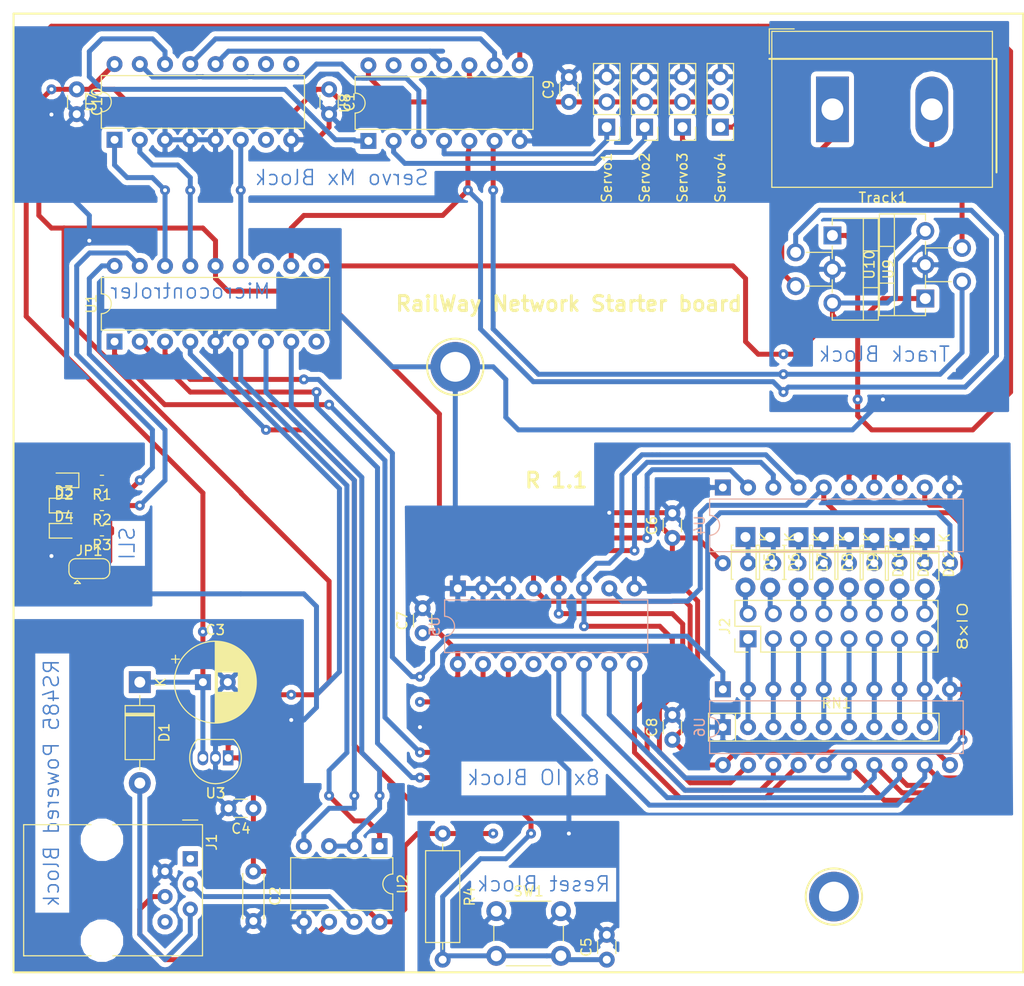
<source format=kicad_pcb>
(kicad_pcb (version 20171130) (host pcbnew 5.0.1-33cea8e~67~ubuntu18.04.1)
  (layers (0 F.Cu signal) (31 B.Cu signal) (34 B.Paste user) (35 F.Paste user) (36 B.SilkS user) (37 F.SilkS user) (38 B.Mask user) (39 F.Mask user) (44 Edge.Cuts user))
  (net 0 "")
  (net 1 VCC)
  (net 2 GND)
  (net 3 +12V)
  (net 4 "Net-(D1-Pad2)")
  (net 5 "Net-(J1-Pad6)")
  (net 6 /RS485Block/A)
  (net 7 /RS485Block/B)
  (net 8 "Net-(J1-Pad1)")
  (net 9 /RS485Block/RX)
  (net 10 /RS485Block/TX)
  (net 11 /RS485Block/RWRS)
  (net 12 /rwnResetBlock/RESET)
  (net 13 "Net-(D2-Pad1)")
  (net 14 "Net-(D3-Pad2)")
  (net 15 "Net-(D4-Pad2)")
  (net 16 "Net-(J2-Pad1)")
  (net 17 "Net-(J2-Pad3)")
  (net 18 "Net-(J2-Pad5)")
  (net 19 "Net-(J2-Pad9)")
  (net 20 "Net-(J2-Pad11)")
  (net 21 "Net-(J2-Pad13)")
  (net 22 /rwnSLIBlock/STATUS0)
  (net 23 "Net-(JP1-Pad2)")
  (net 24 /rwnSLIBlock/STATUS1)
  (net 25 "Net-(D5-Pad2)")
  (net 26 "Net-(D5-Pad1)")
  (net 27 "Net-(D6-Pad1)")
  (net 28 "Net-(D6-Pad2)")
  (net 29 "Net-(D7-Pad1)")
  (net 30 "Net-(D7-Pad2)")
  (net 31 "Net-(D8-Pad2)")
  (net 32 "Net-(D8-Pad1)")
  (net 33 "Net-(D9-Pad1)")
  (net 34 "Net-(D9-Pad2)")
  (net 35 "Net-(D10-Pad2)")
  (net 36 "Net-(D10-Pad1)")
  (net 37 "Net-(D11-Pad1)")
  (net 38 "Net-(D11-Pad2)")
  (net 39 "Net-(D12-Pad2)")
  (net 40 "Net-(D12-Pad1)")
  (net 41 "Net-(J2-Pad7)")
  (net 42 "Net-(J2-Pad15)")
  (net 43 /rwnI2CESBlock/SDA)
  (net 44 /rwnI2CESBlock/SCL)
  (net 45 /rwnI2CESBlock/IO)
  (net 46 "Net-(U1-Pad12)")
  (net 47 /rwnServoMxBlock/CMD)
  (net 48 /rwnServoMxBlock/A1)
  (net 49 /rwnServoMxBlock/A0)
  (net 50 /rwnI2CESBlock/IO0)
  (net 51 /rwnI2CESBlock/IO1)
  (net 52 /rwnI2CESBlock/IO2)
  (net 53 /rwnI2CESBlock/IO3)
  (net 54 /rwnI2CESBlock/IO4)
  (net 55 /rwnI2CESBlock/IO5)
  (net 56 /rwnI2CESBlock/IO6)
  (net 57 /rwnI2CESBlock/IO7)
  (net 58 "Net-(U5-Pad13)")
  (net 59 "Net-(U7-Pad15)")
  (net 60 "Net-(U7-Pad7)")
  (net 61 "Net-(U7-Pad14)")
  (net 62 "Net-(U7-Pad13)")
  (net 63 "Net-(U7-Pad12)")
  (net 64 "Net-(U7-Pad11)")
  (net 65 "Net-(U7-Pad10)")
  (net 66 "Net-(U7-Pad9)")
  (net 67 /rwnTrackBlock/PWM)
  (net 68 /rwnTrackBlock/DIR)
  (net 69 /rwnTrackBlock/-DIR)
  (net 70 "Net-(U1-Pad9)")
  (net 71 "Net-(Servo1-Pad1)")
  (net 72 "Net-(Servo2-Pad1)")
  (net 73 "Net-(Servo3-Pad1)")
  (net 74 "Net-(Servo4-Pad1)")
  (net 75 "Net-(Track1-Pad1)")
  (net 76 "Net-(Track1-Pad2)")
  (module Package_DIP:DIP-20_W7.62mm (layer B.Cu) (at 171.703005 78.191483 270)
    (fp_text reference U4 (at 3.81 2.33 270) (layer B.SilkS) (effects (justify mirror)))
    (fp_text value 74LS573)
    (pad 20 thru_hole oval (at 7.62 0 270) (size 1.6 1.6) (drill 0.8) (layers *.Cu *.Mask) (net 1 VCC))
    (pad 10 thru_hole oval (at 0 -22.86 270) (size 1.6 1.6) (drill 0.8) (layers *.Cu *.Mask) (net 2 GND))
    (pad 19 thru_hole oval (at 7.62 -2.54 270) (size 1.6 1.6) (drill 0.8) (layers *.Cu *.Mask) (net 26 "Net-(D5-Pad1)"))
    (pad 9 thru_hole oval (at 0 -20.32 270) (size 1.6 1.6) (drill 0.8) (layers *.Cu *.Mask) (net 57 /rwnI2CESBlock/IO7))
    (pad 18 thru_hole oval (at 7.62 -5.08 270) (size 1.6 1.6) (drill 0.8) (layers *.Cu *.Mask) (net 27 "Net-(D6-Pad1)"))
    (pad 8 thru_hole oval (at 0 -17.78 270) (size 1.6 1.6) (drill 0.8) (layers *.Cu *.Mask) (net 56 /rwnI2CESBlock/IO6))
    (pad 17 thru_hole oval (at 7.62 -7.62 270) (size 1.6 1.6) (drill 0.8) (layers *.Cu *.Mask) (net 29 "Net-(D7-Pad1)"))
    (pad 7 thru_hole oval (at 0 -15.24 270) (size 1.6 1.6) (drill 0.8) (layers *.Cu *.Mask) (net 55 /rwnI2CESBlock/IO5))
    (pad 16 thru_hole oval (at 7.62 -10.16 270) (size 1.6 1.6) (drill 0.8) (layers *.Cu *.Mask) (net 32 "Net-(D8-Pad1)"))
    (pad 6 thru_hole oval (at 0 -12.7 270) (size 1.6 1.6) (drill 0.8) (layers *.Cu *.Mask) (net 54 /rwnI2CESBlock/IO4))
    (pad 15 thru_hole oval (at 7.62 -12.7 270) (size 1.6 1.6) (drill 0.8) (layers *.Cu *.Mask) (net 33 "Net-(D9-Pad1)"))
    (pad 5 thru_hole oval (at 0 -10.16 270) (size 1.6 1.6) (drill 0.8) (layers *.Cu *.Mask) (net 53 /rwnI2CESBlock/IO3))
    (pad 14 thru_hole oval (at 7.62 -15.24 270) (size 1.6 1.6) (drill 0.8) (layers *.Cu *.Mask) (net 36 "Net-(D10-Pad1)"))
    (pad 4 thru_hole oval (at 0 -7.62 270) (size 1.6 1.6) (drill 0.8) (layers *.Cu *.Mask) (net 52 /rwnI2CESBlock/IO2))
    (pad 13 thru_hole oval (at 7.62 -17.78 270) (size 1.6 1.6) (drill 0.8) (layers *.Cu *.Mask) (net 37 "Net-(D11-Pad1)"))
    (pad 3 thru_hole oval (at 0 -5.08 270) (size 1.6 1.6) (drill 0.8) (layers *.Cu *.Mask) (net 51 /rwnI2CESBlock/IO1))
    (pad 12 thru_hole oval (at 7.62 -20.32 270) (size 1.6 1.6) (drill 0.8) (layers *.Cu *.Mask) (net 40 "Net-(D12-Pad1)"))
    (pad 2 thru_hole oval (at 0 -2.54 270) (size 1.6 1.6) (drill 0.8) (layers *.Cu *.Mask) (net 50 /rwnI2CESBlock/IO0))
    (pad 11 thru_hole oval (at 7.62 -22.86 270) (size 1.6 1.6) (drill 0.8) (layers *.Cu *.Mask) (net 45 /rwnI2CESBlock/IO))
    (pad 1 thru_hole rect (at 0 0 270) (size 1.6 1.6) (drill 0.8) (layers *.Cu *.Mask) (net 2 GND))
  )
  (module Package_DIP:DIP-20_W7.62mm (layer B.Cu) (at 171.703005 98.511483 270)
    (fp_text reference U6 (at 3.81 2.33 270) (layer B.SilkS) (effects (justify mirror)))
    (fp_text value 74LS573)
    (pad 20 thru_hole oval (at 7.62 0 270) (size 1.6 1.6) (drill 0.8) (layers *.Cu *.Mask) (net 1 VCC))
    (pad 10 thru_hole oval (at 0 -22.86 270) (size 1.6 1.6) (drill 0.8) (layers *.Cu *.Mask) (net 2 GND))
    (pad 19 thru_hole oval (at 7.62 -2.54 270) (size 1.6 1.6) (drill 0.8) (layers *.Cu *.Mask) (net 50 /rwnI2CESBlock/IO0))
    (pad 9 thru_hole oval (at 0 -20.32 270) (size 1.6 1.6) (drill 0.8) (layers *.Cu *.Mask) (net 42 "Net-(J2-Pad15)"))
    (pad 18 thru_hole oval (at 7.62 -5.08 270) (size 1.6 1.6) (drill 0.8) (layers *.Cu *.Mask) (net 51 /rwnI2CESBlock/IO1))
    (pad 8 thru_hole oval (at 0 -17.78 270) (size 1.6 1.6) (drill 0.8) (layers *.Cu *.Mask) (net 21 "Net-(J2-Pad13)"))
    (pad 17 thru_hole oval (at 7.62 -7.62 270) (size 1.6 1.6) (drill 0.8) (layers *.Cu *.Mask) (net 52 /rwnI2CESBlock/IO2))
    (pad 7 thru_hole oval (at 0 -15.24 270) (size 1.6 1.6) (drill 0.8) (layers *.Cu *.Mask) (net 20 "Net-(J2-Pad11)"))
    (pad 16 thru_hole oval (at 7.62 -10.16 270) (size 1.6 1.6) (drill 0.8) (layers *.Cu *.Mask) (net 53 /rwnI2CESBlock/IO3))
    (pad 6 thru_hole oval (at 0 -12.7 270) (size 1.6 1.6) (drill 0.8) (layers *.Cu *.Mask) (net 19 "Net-(J2-Pad9)"))
    (pad 15 thru_hole oval (at 7.62 -12.7 270) (size 1.6 1.6) (drill 0.8) (layers *.Cu *.Mask) (net 54 /rwnI2CESBlock/IO4))
    (pad 5 thru_hole oval (at 0 -10.16 270) (size 1.6 1.6) (drill 0.8) (layers *.Cu *.Mask) (net 41 "Net-(J2-Pad7)"))
    (pad 14 thru_hole oval (at 7.62 -15.24 270) (size 1.6 1.6) (drill 0.8) (layers *.Cu *.Mask) (net 55 /rwnI2CESBlock/IO5))
    (pad 4 thru_hole oval (at 0 -7.62 270) (size 1.6 1.6) (drill 0.8) (layers *.Cu *.Mask) (net 18 "Net-(J2-Pad5)"))
    (pad 13 thru_hole oval (at 7.62 -17.78 270) (size 1.6 1.6) (drill 0.8) (layers *.Cu *.Mask) (net 56 /rwnI2CESBlock/IO6))
    (pad 3 thru_hole oval (at 0 -5.08 270) (size 1.6 1.6) (drill 0.8) (layers *.Cu *.Mask) (net 17 "Net-(J2-Pad3)"))
    (pad 12 thru_hole oval (at 7.62 -20.32 270) (size 1.6 1.6) (drill 0.8) (layers *.Cu *.Mask) (net 57 /rwnI2CESBlock/IO7))
    (pad 2 thru_hole oval (at 0 -2.54 270) (size 1.6 1.6) (drill 0.8) (layers *.Cu *.Mask) (net 16 "Net-(J2-Pad1)"))
    (pad 11 thru_hole oval (at 7.62 -22.86 270) (size 1.6 1.6) (drill 0.8) (layers *.Cu *.Mask) (net 1 VCC))
    (pad 1 thru_hole rect (at 0 0 270) (size 1.6 1.6) (drill 0.8) (layers *.Cu *.Mask) (net 45 /rwnI2CESBlock/IO))
  )
  (module Package_DIP:DIP-14_W7.62mm (layer F.Cu) (at 136.032689 43.297425 90)
    (fp_text reference U8 (at 3.81 -2.33 90) (layer F.SilkS))
    (fp_text value 74LS05)
    (pad 1 thru_hole rect (at 0 0 90) (size 1.6 1.6) (drill 0.8) (layers *.Cu *.Mask) (net 61 "Net-(U7-Pad14)"))
    (pad 8 thru_hole oval (at 7.62 15.24 90) (size 1.6 1.6) (drill 0.8) (layers *.Cu *.Mask) (net 73 "Net-(Servo3-Pad1)"))
    (pad 2 thru_hole oval (at 0 2.54 90) (size 1.6 1.6) (drill 0.8) (layers *.Cu *.Mask) (net 72 "Net-(Servo2-Pad1)"))
    (pad 9 thru_hole oval (at 7.62 12.7 90) (size 1.6 1.6) (drill 0.8) (layers *.Cu *.Mask) (net 62 "Net-(U7-Pad13)"))
    (pad 3 thru_hole oval (at 0 5.08 90) (size 1.6 1.6) (drill 0.8) (layers *.Cu *.Mask) (net 59 "Net-(U7-Pad15)"))
    (pad 10 thru_hole oval (at 7.62 10.16 90) (size 1.6 1.6) (drill 0.8) (layers *.Cu *.Mask) (net 74 "Net-(Servo4-Pad1)"))
    (pad 4 thru_hole oval (at 0 7.62 90) (size 1.6 1.6) (drill 0.8) (layers *.Cu *.Mask) (net 71 "Net-(Servo1-Pad1)"))
    (pad 11 thru_hole oval (at 7.62 7.62 90) (size 1.6 1.6) (drill 0.8) (layers *.Cu *.Mask) (net 63 "Net-(U7-Pad12)"))
    (pad 5 thru_hole oval (at 0 10.16 90) (size 1.6 1.6) (drill 0.8) (layers *.Cu *.Mask) (net 68 /rwnTrackBlock/DIR))
    (pad 12 thru_hole oval (at 7.62 5.08 90) (size 1.6 1.6) (drill 0.8) (layers *.Cu *.Mask))
    (pad 6 thru_hole oval (at 0 12.7 90) (size 1.6 1.6) (drill 0.8) (layers *.Cu *.Mask) (net 69 /rwnTrackBlock/-DIR))
    (pad 13 thru_hole oval (at 7.62 2.54 90) (size 1.6 1.6) (drill 0.8) (layers *.Cu *.Mask))
    (pad 7 thru_hole oval (at 0 15.24 90) (size 1.6 1.6) (drill 0.8) (layers *.Cu *.Mask) (net 2 GND))
    (pad 14 thru_hole oval (at 7.62 0 90) (size 1.6 1.6) (drill 0.8) (layers *.Cu *.Mask) (net 1 VCC))
  )
  (module Capacitor_THT:C_Disc_D4.3mm_W1.9mm_P5.00mm (layer F.Cu) (at 124.46 116.84 270)
    (fp_text reference C2 (at 2.5 -2.2 270) (layer F.SilkS))
    (fp_text value 100nF)
    (pad 2 thru_hole circle (at 5 0 270) (size 1.6 1.6) (drill 0.8) (layers *.Cu *.Mask) (net 2 GND))
    (pad 1 thru_hole circle (at 0 0 270) (size 1.6 1.6) (drill 0.8) (layers *.Cu *.Mask) (net 1 VCC))
  )
  (module Capacitor_THT:C_Disc_D3.0mm_W1.6mm_P2.50mm (layer F.Cu) (at 132.08 38.1 270)
    (fp_text reference C1 (at 1.25 -2.05 270) (layer F.SilkS))
    (fp_text value 100nF)
    (pad 2 thru_hole circle (at 2.5 0 270) (size 1.6 1.6) (drill 0.8) (layers *.Cu *.Mask) (net 2 GND))
    (pad 1 thru_hole circle (at 0 0 270) (size 1.6 1.6) (drill 0.8) (layers *.Cu *.Mask) (net 1 VCC))
  )
  (module Capacitor_THT:C_Disc_D3.0mm_W1.6mm_P2.50mm (layer F.Cu) (at 160.02 125.73 90)
    (fp_text reference C5 (at 1.25 -2.05 90) (layer F.SilkS))
    (fp_text value 100nF)
    (pad 2 thru_hole circle (at 2.5 0 90) (size 1.6 1.6) (drill 0.8) (layers *.Cu *.Mask) (net 2 GND))
    (pad 1 thru_hole circle (at 0 0 90) (size 1.6 1.6) (drill 0.8) (layers *.Cu *.Mask) (net 12 /rwnResetBlock/RESET))
  )
  (module Capacitor_THT:CP_Radial_D8.0mm_P2.50mm (layer F.Cu) (at 119.38 97.79)
    (fp_text reference C3 (at 1.25 -5.25) (layer F.SilkS))
    (fp_text value 10µF)
    (pad 1 thru_hole rect (at 0 0) (size 1.6 1.6) (drill 0.8) (layers *.Cu *.Mask) (net 3 +12V))
    (pad 2 thru_hole circle (at 2.5 0) (size 1.6 1.6) (drill 0.8) (layers *.Cu *.Mask) (net 2 GND))
  )
  (module Capacitor_THT:C_Disc_D3.0mm_W1.6mm_P2.50mm (layer F.Cu) (at 124.46 110.49 180)
    (fp_text reference C4 (at 1.25 -2.05 180) (layer F.SilkS))
    (fp_text value 1µf)
    (pad 1 thru_hole circle (at 0 0 180) (size 1.6 1.6) (drill 0.8) (layers *.Cu *.Mask) (net 1 VCC))
    (pad 2 thru_hole circle (at 2.5 0 180) (size 1.6 1.6) (drill 0.8) (layers *.Cu *.Mask) (net 2 GND))
  )
  (module Diode_THT:D_DO-41_SOD81_P10.16mm_Horizontal (layer F.Cu) (at 113.03 97.79 270)
    (fp_text reference D1 (at 5.08 -2.47 270) (layer F.SilkS))
    (fp_text value 1N4001)
    (fp_text user K (at 0 -2.1 270) (layer F.SilkS))
    (pad 1 thru_hole rect (at 0 0 270) (size 2.2 2.2) (drill 1.1) (layers *.Cu *.Mask) (net 3 +12V))
    (pad 2 thru_hole oval (at 10.16 0 270) (size 2.2 2.2) (drill 1.1) (layers *.Cu *.Mask) (net 4 "Net-(D1-Pad2)"))
  )
  (module Connector_RJ:RJ12_Amphenol_54601 (layer F.Cu) (at 118.11 115.57 270)
    (fp_text reference J1 (at -1.67 -2.16 270) (layer F.SilkS))
    (fp_text value RJ12)
    (pad "" np_thru_hole circle (at 8.25 8.89 270) (size 3.25 3.25) (drill 3.25) (layers *.Cu *.Mask))
    (pad 6 thru_hole circle (at 6.35 2.54 270) (size 1.52 1.52) (drill 0.76) (layers *.Cu *.Mask) (net 5 "Net-(J1-Pad6)"))
    (pad 5 thru_hole circle (at 5.08 0 270) (size 1.52 1.52) (drill 0.76) (layers *.Cu *.Mask) (net 4 "Net-(D1-Pad2)"))
    (pad 4 thru_hole circle (at 3.81 2.54 270) (size 1.52 1.52) (drill 0.76) (layers *.Cu *.Mask) (net 6 /RS485Block/A))
    (pad 3 thru_hole circle (at 2.54 0 270) (size 1.52 1.52) (drill 0.76) (layers *.Cu *.Mask) (net 7 /RS485Block/B))
    (pad 2 thru_hole circle (at 1.27 2.54 270) (size 1.52 1.52) (drill 0.76) (layers *.Cu *.Mask) (net 2 GND))
    (pad "" np_thru_hole circle (at -1.91 8.89 270) (size 3.25 3.25) (drill 3.25) (layers *.Cu *.Mask))
    (pad 1 thru_hole rect (at 0 0 270) (size 1.52 1.52) (drill 0.76) (layers *.Cu *.Mask) (net 8 "Net-(J1-Pad1)"))
  )
  (module Package_DIP:DIP-18_W7.62mm (layer F.Cu) (at 110.49 63.5 90)
    (fp_text reference U1 (at 3.81 -2.33 90) (layer F.SilkS))
    (fp_text value PIC16F628A-IP)
    (pad 1 thru_hole rect (at 0 0 90) (size 1.6 1.6) (drill 0.8) (layers *.Cu *.Mask) (net 43 /rwnI2CESBlock/SDA))
    (pad 10 thru_hole oval (at 7.62 20.32 90) (size 1.6 1.6) (drill 0.8) (layers *.Cu *.Mask) (net 67 /rwnTrackBlock/PWM))
    (pad 2 thru_hole oval (at 0 2.54 90) (size 1.6 1.6) (drill 0.8) (layers *.Cu *.Mask) (net 44 /rwnI2CESBlock/SCL))
    (pad 11 thru_hole oval (at 7.62 17.78 90) (size 1.6 1.6) (drill 0.8) (layers *.Cu *.Mask) (net 68 /rwnTrackBlock/DIR))
    (pad 3 thru_hole oval (at 0 5.08 90) (size 1.6 1.6) (drill 0.8) (layers *.Cu *.Mask) (net 45 /rwnI2CESBlock/IO))
    (pad 12 thru_hole oval (at 7.62 15.24 90) (size 1.6 1.6) (drill 0.8) (layers *.Cu *.Mask) (net 46 "Net-(U1-Pad12)"))
    (pad 4 thru_hole oval (at 0 7.62 90) (size 1.6 1.6) (drill 0.8) (layers *.Cu *.Mask) (net 12 /rwnResetBlock/RESET))
    (pad 13 thru_hole oval (at 7.62 12.7 90) (size 1.6 1.6) (drill 0.8) (layers *.Cu *.Mask) (net 47 /rwnServoMxBlock/CMD))
    (pad 5 thru_hole oval (at 0 10.16 90) (size 1.6 1.6) (drill 0.8) (layers *.Cu *.Mask) (net 2 GND))
    (pad 14 thru_hole oval (at 7.62 10.16 90) (size 1.6 1.6) (drill 0.8) (layers *.Cu *.Mask) (net 1 VCC))
    (pad 6 thru_hole oval (at 0 12.7 90) (size 1.6 1.6) (drill 0.8) (layers *.Cu *.Mask) (net 9 /RS485Block/RX))
    (pad 15 thru_hole oval (at 7.62 7.62 90) (size 1.6 1.6) (drill 0.8) (layers *.Cu *.Mask) (net 48 /rwnServoMxBlock/A1))
    (pad 7 thru_hole oval (at 0 15.24 90) (size 1.6 1.6) (drill 0.8) (layers *.Cu *.Mask) (net 10 /RS485Block/TX))
    (pad 16 thru_hole oval (at 7.62 5.08 90) (size 1.6 1.6) (drill 0.8) (layers *.Cu *.Mask) (net 49 /rwnServoMxBlock/A0))
    (pad 8 thru_hole oval (at 0 17.78 90) (size 1.6 1.6) (drill 0.8) (layers *.Cu *.Mask) (net 11 /RS485Block/RWRS))
    (pad 17 thru_hole oval (at 7.62 2.54 90) (size 1.6 1.6) (drill 0.8) (layers *.Cu *.Mask) (net 24 /rwnSLIBlock/STATUS1))
    (pad 9 thru_hole oval (at 0 20.32 90) (size 1.6 1.6) (drill 0.8) (layers *.Cu *.Mask) (net 70 "Net-(U1-Pad9)"))
    (pad 18 thru_hole oval (at 7.62 0 90) (size 1.6 1.6) (drill 0.8) (layers *.Cu *.Mask) (net 22 /rwnSLIBlock/STATUS0))
  )
  (module Package_DIP:DIP-8_W7.62mm (layer F.Cu) (at 137.16 114.3 270)
    (fp_text reference U2 (at 3.81 -2.33 270) (layer F.SilkS))
    (fp_text value MAX3483)
    (pad 1 thru_hole rect (at 0 0 270) (size 1.6 1.6) (drill 0.8) (layers *.Cu *.Mask) (net 9 /RS485Block/RX))
    (pad 5 thru_hole oval (at 7.62 7.62 270) (size 1.6 1.6) (drill 0.8) (layers *.Cu *.Mask) (net 2 GND))
    (pad 2 thru_hole oval (at 0 2.54 270) (size 1.6 1.6) (drill 0.8) (layers *.Cu *.Mask) (net 11 /RS485Block/RWRS))
    (pad 6 thru_hole oval (at 7.62 5.08 270) (size 1.6 1.6) (drill 0.8) (layers *.Cu *.Mask) (net 6 /RS485Block/A))
    (pad 3 thru_hole oval (at 0 5.08 270) (size 1.6 1.6) (drill 0.8) (layers *.Cu *.Mask) (net 11 /RS485Block/RWRS))
    (pad 7 thru_hole oval (at 7.62 2.54 270) (size 1.6 1.6) (drill 0.8) (layers *.Cu *.Mask) (net 7 /RS485Block/B))
    (pad 4 thru_hole oval (at 0 7.62 270) (size 1.6 1.6) (drill 0.8) (layers *.Cu *.Mask) (net 10 /RS485Block/TX))
    (pad 8 thru_hole oval (at 7.62 0 270) (size 1.6 1.6) (drill 0.8) (layers *.Cu *.Mask) (net 1 VCC))
  )
  (module Package_TO_SOT_THT:TO-92_Inline (layer F.Cu) (at 121.92 105.41 180)
    (fp_text reference U3 (at 1.27 -3.56 180) (layer F.SilkS))
    (fp_text value LM78L05_TO92)
    (pad 2 thru_hole oval (at 1.27 0 180) (size 1.05 1.5) (drill 0.75) (layers *.Cu *.Mask) (net 2 GND))
    (pad 3 thru_hole oval (at 2.54 0 180) (size 1.05 1.5) (drill 0.75) (layers *.Cu *.Mask) (net 3 +12V))
    (pad 1 thru_hole rect (at 0 0 180) (size 1.05 1.5) (drill 0.75) (layers *.Cu *.Mask) (net 1 VCC))
  )
  (module LED_SMD:LED_0603_1608Metric (layer F.Cu) (at 105.41 77.47 180)
    (fp_text reference D2 (at 0 -1.43 180) (layer F.SilkS))
    (fp_text value "Green LED")
    (pad 1 smd roundrect (at -0.7875 0 180) (size 0.875 0.95) (layers F.Cu F.Paste F.Mask) (net 13 "Net-(D2-Pad1)"))
    (pad 2 smd roundrect (at 0.7875 0 180) (size 0.875 0.95) (layers F.Cu F.Paste F.Mask) (net 24 /rwnSLIBlock/STATUS1))
  )
  (module LED_SMD:LED_0603_1608Metric (layer F.Cu) (at 105.41 80.01)
    (fp_text reference D3 (at 0 -1.43) (layer F.SilkS))
    (fp_text value "Yellow LED")
    (pad 1 smd roundrect (at -0.7875 0) (size 0.875 0.95) (layers F.Cu F.Paste F.Mask) (net 24 /rwnSLIBlock/STATUS1))
    (pad 2 smd roundrect (at 0.7875 0) (size 0.875 0.95) (layers F.Cu F.Paste F.Mask) (net 14 "Net-(D3-Pad2)"))
  )
  (module LED_SMD:LED_0603_1608Metric (layer F.Cu) (at 105.41 82.55)
    (fp_text reference D4 (at 0 -1.43) (layer F.SilkS))
    (fp_text value "Red LED")
    (pad 2 smd roundrect (at 0.7875 0) (size 0.875 0.95) (layers F.Cu F.Paste F.Mask) (net 15 "Net-(D4-Pad2)"))
    (pad 1 smd roundrect (at -0.7875 0) (size 0.875 0.95) (layers F.Cu F.Paste F.Mask) (net 2 GND))
  )
  (module Jumper:SolderJumper-3_P1.3mm_Bridged12_RoundedPad1.0x1.5mm (layer F.Cu) (at 107.95 86.36)
    (fp_text reference JP1 (at 0 -1.8) (layer F.SilkS))
    (fp_text value SolderJumper_3_Open)
    (pad 1 smd custom (at -1.3 0) (size 1 0.5) (layers F.Cu F.Mask) (net 2 GND) (options (clearance outline) (anchor rect)) (primitives (gr_circle (center 0 0.25) (end 0.5 0.25) (width 0)) (gr_circle (center 0 -0.25) (end 0.5 -0.25) (width 0)) (gr_poly (pts (xy 0.55 -0.75) (xy 0 -0.75) (xy 0 0.75) (xy 0.55 0.75)) (width 0)) (gr_poly (pts (xy 0.4 -0.3) (xy 0.9 -0.3) (xy 0.9 0.3) (xy 0.4 0.3)) (width 0))))
    (pad 3 smd custom (at 1.3 0) (size 1 0.5) (layers F.Cu F.Mask) (net 22 /rwnSLIBlock/STATUS0) (options (clearance outline) (anchor rect)) (primitives (gr_circle (center 0 0.25) (end 0.5 0.25) (width 0)) (gr_circle (center 0 -0.25) (end 0.5 -0.25) (width 0)) (gr_poly (pts (xy -0.55 -0.75) (xy 0 -0.75) (xy 0 0.75) (xy -0.55 0.75)) (width 0))))
    (pad 2 smd rect (at 0 0) (size 1 1.5) (layers F.Cu F.Mask) (net 23 "Net-(JP1-Pad2)"))
  )
  (module Button_Switch_THT:SW_PUSH_6mm (layer F.Cu) (at 148.905001 120.845001)
    (fp_text reference SW1 (at 3.25 -2) (layer F.SilkS))
    (fp_text value SW_Push)
    (pad 2 thru_hole circle (at 0 4.5 90) (size 2 2) (drill 1.1) (layers *.Cu *.Mask) (net 12 /rwnResetBlock/RESET))
    (pad 1 thru_hole circle (at 0 0 90) (size 2 2) (drill 1.1) (layers *.Cu *.Mask) (net 2 GND))
    (pad 2 thru_hole circle (at 6.5 4.5 90) (size 2 2) (drill 1.1) (layers *.Cu *.Mask) (net 12 /rwnResetBlock/RESET))
    (pad 1 thru_hole circle (at 6.5 0 90) (size 2 2) (drill 1.1) (layers *.Cu *.Mask) (net 2 GND))
  )
  (module Capacitor_THT:C_Disc_D3.0mm_W1.6mm_P2.50mm (layer F.Cu) (at 166.623005 83.271483 90)
    (fp_text reference C6 (at 1.25 -2.05 90) (layer F.SilkS))
    (fp_text value 100nf)
    (pad 2 thru_hole circle (at 2.5 0 90) (size 1.6 1.6) (drill 0.8) (layers *.Cu *.Mask) (net 2 GND))
    (pad 1 thru_hole circle (at 0 0 90) (size 1.6 1.6) (drill 0.8) (layers *.Cu *.Mask) (net 1 VCC))
  )
  (module Capacitor_THT:C_Disc_D3.0mm_W1.6mm_P2.50mm (layer F.Cu) (at 141.493484 92.848529 90)
    (fp_text reference C7 (at 1.25 -2.05 90) (layer F.SilkS))
    (fp_text value 100nf)
    (pad 1 thru_hole circle (at 0 0 90) (size 1.6 1.6) (drill 0.8) (layers *.Cu *.Mask) (net 1 VCC))
    (pad 2 thru_hole circle (at 2.5 0 90) (size 1.6 1.6) (drill 0.8) (layers *.Cu *.Mask) (net 2 GND))
  )
  (module Capacitor_THT:C_Disc_D3.0mm_W1.6mm_P2.50mm (layer F.Cu) (at 166.623005 103.591483 90)
    (fp_text reference C8 (at 1.25 -2.05 90) (layer F.SilkS))
    (fp_text value 100nf)
    (pad 1 thru_hole circle (at 0 0 90) (size 1.6 1.6) (drill 0.8) (layers *.Cu *.Mask) (net 1 VCC))
    (pad 2 thru_hole circle (at 2.5 0 90) (size 1.6 1.6) (drill 0.8) (layers *.Cu *.Mask) (net 2 GND))
  )
  (module Capacitor_THT:C_Disc_D3.0mm_W1.6mm_P2.50mm (layer F.Cu) (at 156.21 39.37 90)
    (fp_text reference C9 (at 1.25 -2.05 90) (layer F.SilkS))
    (fp_text value 100nF)
    (pad 2 thru_hole circle (at 2.5 0 90) (size 1.6 1.6) (drill 0.8) (layers *.Cu *.Mask) (net 2 GND))
    (pad 1 thru_hole circle (at 0 0 90) (size 1.6 1.6) (drill 0.8) (layers *.Cu *.Mask) (net 1 VCC))
  )
  (module Capacitor_THT:C_Disc_D3.0mm_W1.6mm_P2.50mm (layer F.Cu) (at 106.68 38.1 270)
    (fp_text reference C10 (at 1.25 -2.05 270) (layer F.SilkS))
    (fp_text value 100nF)
    (pad 1 thru_hole circle (at 0 0 270) (size 1.6 1.6) (drill 0.8) (layers *.Cu *.Mask) (net 1 VCC))
    (pad 2 thru_hole circle (at 2.5 0 270) (size 1.6 1.6) (drill 0.8) (layers *.Cu *.Mask) (net 2 GND))
  )
  (module Diode_THT:D_T-1_P5.08mm_Horizontal (layer F.Cu) (at 173.977951 83.177539 270)
    (fp_text reference D5 (at 2.54 -2.42 270) (layer F.SilkS))
    (fp_text value D)
    (fp_text user K (at 0 -2 270) (layer F.SilkS))
    (pad 2 thru_hole oval (at 5.08 0 270) (size 2 2) (drill 1) (layers *.Cu *.Mask) (net 25 "Net-(D5-Pad2)"))
    (pad 1 thru_hole rect (at 0 0 270) (size 2 2) (drill 1) (layers *.Cu *.Mask) (net 26 "Net-(D5-Pad1)"))
  )
  (module Diode_THT:D_T-1_P5.08mm_Horizontal (layer F.Cu) (at 176.467951 83.187539 270)
    (fp_text reference D6 (at 2.54 -2.42 270) (layer F.SilkS))
    (fp_text value D)
    (fp_text user K (at 0 -2 270) (layer F.SilkS))
    (pad 1 thru_hole rect (at 0 0 270) (size 2 2) (drill 1) (layers *.Cu *.Mask) (net 27 "Net-(D6-Pad1)"))
    (pad 2 thru_hole oval (at 5.08 0 270) (size 2 2) (drill 1) (layers *.Cu *.Mask) (net 28 "Net-(D6-Pad2)"))
  )
  (module Diode_THT:D_T-1_P5.08mm_Horizontal (layer F.Cu) (at 179.323005 83.187539 270)
    (fp_text reference D7 (at 2.54 -2.42 270) (layer F.SilkS))
    (fp_text value D)
    (fp_text user K (at 0 -2 270) (layer F.SilkS))
    (pad 1 thru_hole rect (at 0 0 270) (size 2 2) (drill 1) (layers *.Cu *.Mask) (net 29 "Net-(D7-Pad1)"))
    (pad 2 thru_hole oval (at 5.08 0 270) (size 2 2) (drill 1) (layers *.Cu *.Mask) (net 30 "Net-(D7-Pad2)"))
  )
  (module Diode_THT:D_T-1_P5.08mm_Horizontal (layer F.Cu) (at 181.863005 83.177539 270)
    (fp_text reference D8 (at 2.54 -2.42 270) (layer F.SilkS))
    (fp_text value D)
    (fp_text user K (at 0 -2 270) (layer F.SilkS))
    (pad 2 thru_hole oval (at 5.08 0 270) (size 2 2) (drill 1) (layers *.Cu *.Mask) (net 31 "Net-(D8-Pad2)"))
    (pad 1 thru_hole rect (at 0 0 270) (size 2 2) (drill 1) (layers *.Cu *.Mask) (net 32 "Net-(D8-Pad1)"))
  )
  (module Diode_THT:D_T-1_P5.08mm_Horizontal (layer F.Cu) (at 184.403005 83.177539 270)
    (fp_text reference D9 (at 2.54 -2.42 270) (layer F.SilkS))
    (fp_text value D)
    (fp_text user K (at 0 -2 270) (layer F.SilkS))
    (pad 1 thru_hole rect (at 0 0 270) (size 2 2) (drill 1) (layers *.Cu *.Mask) (net 33 "Net-(D9-Pad1)"))
    (pad 2 thru_hole oval (at 5.08 0 270) (size 2 2) (drill 1) (layers *.Cu *.Mask) (net 34 "Net-(D9-Pad2)"))
  )
  (module Diode_THT:D_T-1_P5.08mm_Horizontal (layer F.Cu) (at 186.943005 83.271483 270)
    (fp_text reference D10 (at 2.54 -2.42 270) (layer F.SilkS))
    (fp_text value D)
    (fp_text user K (at 0 -2 270) (layer F.SilkS))
    (pad 2 thru_hole oval (at 5.08 0 270) (size 2 2) (drill 1) (layers *.Cu *.Mask) (net 35 "Net-(D10-Pad2)"))
    (pad 1 thru_hole rect (at 0 0 270) (size 2 2) (drill 1) (layers *.Cu *.Mask) (net 36 "Net-(D10-Pad1)"))
  )
  (module Diode_THT:D_T-1_P5.08mm_Horizontal (layer F.Cu) (at 189.483005 83.271483 270)
    (fp_text reference D11 (at 2.54 -2.42 270) (layer F.SilkS))
    (fp_text value D)
    (fp_text user K (at 0 -2 270) (layer F.SilkS))
    (pad 1 thru_hole rect (at 0 0 270) (size 2 2) (drill 1) (layers *.Cu *.Mask) (net 37 "Net-(D11-Pad1)"))
    (pad 2 thru_hole oval (at 5.08 0 270) (size 2 2) (drill 1) (layers *.Cu *.Mask) (net 38 "Net-(D11-Pad2)"))
  )
  (module Diode_THT:D_T-1_P5.08mm_Horizontal (layer F.Cu) (at 192.023005 83.271483 270)
    (fp_text reference D12 (at 2.54 -2.42 270) (layer F.SilkS))
    (fp_text value D)
    (fp_text user K (at 0 -2 270) (layer F.SilkS))
    (pad 2 thru_hole oval (at 5.08 0 270) (size 2 2) (drill 1) (layers *.Cu *.Mask) (net 39 "Net-(D12-Pad2)"))
    (pad 1 thru_hole rect (at 0 0 270) (size 2 2) (drill 1) (layers *.Cu *.Mask) (net 40 "Net-(D12-Pad1)"))
  )
  (module Resistor_THT:R_Array_SIP9 (layer F.Cu) (at 171.703005 102.321483)
    (fp_text reference RN1 (at 11.43 -2.4) (layer F.SilkS))
    (fp_text value 1k)
    (pad 1 thru_hole rect (at 0 0) (size 1.6 1.6) (drill 0.8) (layers *.Cu *.Mask) (net 2 GND))
    (pad 2 thru_hole oval (at 2.54 0) (size 1.6 1.6) (drill 0.8) (layers *.Cu *.Mask) (net 16 "Net-(J2-Pad1)"))
    (pad 3 thru_hole oval (at 5.08 0) (size 1.6 1.6) (drill 0.8) (layers *.Cu *.Mask) (net 17 "Net-(J2-Pad3)"))
    (pad 4 thru_hole oval (at 7.62 0) (size 1.6 1.6) (drill 0.8) (layers *.Cu *.Mask) (net 18 "Net-(J2-Pad5)"))
    (pad 5 thru_hole oval (at 10.16 0) (size 1.6 1.6) (drill 0.8) (layers *.Cu *.Mask) (net 41 "Net-(J2-Pad7)"))
    (pad 6 thru_hole oval (at 12.7 0) (size 1.6 1.6) (drill 0.8) (layers *.Cu *.Mask) (net 19 "Net-(J2-Pad9)"))
    (pad 7 thru_hole oval (at 15.24 0) (size 1.6 1.6) (drill 0.8) (layers *.Cu *.Mask) (net 20 "Net-(J2-Pad11)"))
    (pad 8 thru_hole oval (at 17.78 0) (size 1.6 1.6) (drill 0.8) (layers *.Cu *.Mask) (net 21 "Net-(J2-Pad13)"))
    (pad 9 thru_hole oval (at 20.32 0) (size 1.6 1.6) (drill 0.8) (layers *.Cu *.Mask) (net 42 "Net-(J2-Pad15)"))
  )
  (module Package_DIP:DIP-16_W7.62mm (layer B.Cu) (at 145.033005 88.351483 270)
    (fp_text reference U5 (at 3.81 2.33 270) (layer B.SilkS) (effects (justify mirror)))
    (fp_text value PCF8574)
    (pad 1 thru_hole rect (at 0 0 270) (size 1.6 1.6) (drill 0.8) (layers *.Cu *.Mask) (net 2 GND))
    (pad 9 thru_hole oval (at 7.62 -17.78 270) (size 1.6 1.6) (drill 0.8) (layers *.Cu *.Mask) (net 54 /rwnI2CESBlock/IO4))
    (pad 2 thru_hole oval (at 0 -2.54 270) (size 1.6 1.6) (drill 0.8) (layers *.Cu *.Mask) (net 2 GND))
    (pad 10 thru_hole oval (at 7.62 -15.24 270) (size 1.6 1.6) (drill 0.8) (layers *.Cu *.Mask) (net 55 /rwnI2CESBlock/IO5))
    (pad 3 thru_hole oval (at 0 -5.08 270) (size 1.6 1.6) (drill 0.8) (layers *.Cu *.Mask) (net 2 GND))
    (pad 11 thru_hole oval (at 7.62 -12.7 270) (size 1.6 1.6) (drill 0.8) (layers *.Cu *.Mask) (net 56 /rwnI2CESBlock/IO6))
    (pad 4 thru_hole oval (at 0 -7.62 270) (size 1.6 1.6) (drill 0.8) (layers *.Cu *.Mask) (net 50 /rwnI2CESBlock/IO0))
    (pad 12 thru_hole oval (at 7.62 -10.16 270) (size 1.6 1.6) (drill 0.8) (layers *.Cu *.Mask) (net 57 /rwnI2CESBlock/IO7))
    (pad 5 thru_hole oval (at 0 -10.16 270) (size 1.6 1.6) (drill 0.8) (layers *.Cu *.Mask) (net 51 /rwnI2CESBlock/IO1))
    (pad 13 thru_hole oval (at 7.62 -7.62 270) (size 1.6 1.6) (drill 0.8) (layers *.Cu *.Mask) (net 58 "Net-(U5-Pad13)"))
    (pad 6 thru_hole oval (at 0 -12.7 270) (size 1.6 1.6) (drill 0.8) (layers *.Cu *.Mask) (net 52 /rwnI2CESBlock/IO2))
    (pad 14 thru_hole oval (at 7.62 -5.08 270) (size 1.6 1.6) (drill 0.8) (layers *.Cu *.Mask) (net 44 /rwnI2CESBlock/SCL))
    (pad 7 thru_hole oval (at 0 -15.24 270) (size 1.6 1.6) (drill 0.8) (layers *.Cu *.Mask) (net 53 /rwnI2CESBlock/IO3))
    (pad 15 thru_hole oval (at 7.62 -2.54 270) (size 1.6 1.6) (drill 0.8) (layers *.Cu *.Mask) (net 43 /rwnI2CESBlock/SDA))
    (pad 8 thru_hole oval (at 0 -17.78 270) (size 1.6 1.6) (drill 0.8) (layers *.Cu *.Mask) (net 2 GND))
    (pad 16 thru_hole oval (at 7.62 0 270) (size 1.6 1.6) (drill 0.8) (layers *.Cu *.Mask) (net 1 VCC))
  )
  (module Package_DIP:DIP-16_W7.62mm (layer F.Cu) (at 110.49 43.18 90)
    (fp_text reference U7 (at 3.81 -2.33 90) (layer F.SilkS))
    (fp_text value 74LS138)
    (pad 16 thru_hole oval (at 7.62 0 90) (size 1.6 1.6) (drill 0.8) (layers *.Cu *.Mask) (net 1 VCC))
    (pad 8 thru_hole oval (at 0 17.78 90) (size 1.6 1.6) (drill 0.8) (layers *.Cu *.Mask) (net 2 GND))
    (pad 15 thru_hole oval (at 7.62 2.54 90) (size 1.6 1.6) (drill 0.8) (layers *.Cu *.Mask) (net 59 "Net-(U7-Pad15)"))
    (pad 7 thru_hole oval (at 0 15.24 90) (size 1.6 1.6) (drill 0.8) (layers *.Cu *.Mask) (net 60 "Net-(U7-Pad7)"))
    (pad 14 thru_hole oval (at 7.62 5.08 90) (size 1.6 1.6) (drill 0.8) (layers *.Cu *.Mask) (net 61 "Net-(U7-Pad14)"))
    (pad 6 thru_hole oval (at 0 12.7 90) (size 1.6 1.6) (drill 0.8) (layers *.Cu *.Mask) (net 47 /rwnServoMxBlock/CMD))
    (pad 13 thru_hole oval (at 7.62 7.62 90) (size 1.6 1.6) (drill 0.8) (layers *.Cu *.Mask) (net 62 "Net-(U7-Pad13)"))
    (pad 5 thru_hole oval (at 0 10.16 90) (size 1.6 1.6) (drill 0.8) (layers *.Cu *.Mask) (net 2 GND))
    (pad 12 thru_hole oval (at 7.62 10.16 90) (size 1.6 1.6) (drill 0.8) (layers *.Cu *.Mask) (net 63 "Net-(U7-Pad12)"))
    (pad 4 thru_hole oval (at 0 7.62 90) (size 1.6 1.6) (drill 0.8) (layers *.Cu *.Mask) (net 2 GND))
    (pad 11 thru_hole oval (at 7.62 12.7 90) (size 1.6 1.6) (drill 0.8) (layers *.Cu *.Mask) (net 64 "Net-(U7-Pad11)"))
    (pad 3 thru_hole oval (at 0 5.08 90) (size 1.6 1.6) (drill 0.8) (layers *.Cu *.Mask) (net 2 GND))
    (pad 10 thru_hole oval (at 7.62 15.24 90) (size 1.6 1.6) (drill 0.8) (layers *.Cu *.Mask) (net 65 "Net-(U7-Pad10)"))
    (pad 2 thru_hole oval (at 0 2.54 90) (size 1.6 1.6) (drill 0.8) (layers *.Cu *.Mask) (net 48 /rwnServoMxBlock/A1))
    (pad 9 thru_hole oval (at 7.62 17.78 90) (size 1.6 1.6) (drill 0.8) (layers *.Cu *.Mask) (net 66 "Net-(U7-Pad9)"))
    (pad 1 thru_hole rect (at 0 0 90) (size 1.6 1.6) (drill 0.8) (layers *.Cu *.Mask) (net 49 /rwnServoMxBlock/A0))
  )
  (module Package_TO_SOT_THT:TO-220-5_P3.4x3.7mm_StaggerEven_Lead3.8mm_Vertical (layer F.Cu) (at 182.731636 52.815886 270)
    (fp_text reference U9 (at 3.4 -5.62 270) (layer F.SilkS))
    (fp_text value UDN2951Z)
    (pad 5 thru_hole oval (at 6.8 0 270) (size 1.8 1.8) (drill 1.1) (layers *.Cu *.Mask) (net 67 /rwnTrackBlock/PWM))
    (pad 4 thru_hole oval (at 5.1 3.7 270) (size 1.8 1.8) (drill 1.1) (layers *.Cu *.Mask) (net 75 "Net-(Track1-Pad1)"))
    (pad 3 thru_hole oval (at 3.4 0 270) (size 1.8 1.8) (drill 1.1) (layers *.Cu *.Mask) (net 2 GND))
    (pad 2 thru_hole oval (at 1.7 3.7 270) (size 1.8 1.8) (drill 1.1) (layers *.Cu *.Mask) (net 68 /rwnTrackBlock/DIR))
    (pad 1 thru_hole rect (at 0 0 270) (size 1.8 1.8) (drill 1.1) (layers *.Cu *.Mask) (net 3 +12V))
  )
  (module Package_TO_SOT_THT:TO-220-5_P3.4x3.7mm_StaggerEven_Lead3.8mm_Vertical (layer F.Cu) (at 192.076637 59.165886 90)
    (fp_text reference U10 (at 3.4 -5.62 90) (layer F.SilkS))
    (fp_text value UDN2951Z)
    (pad 1 thru_hole rect (at 0 0 90) (size 1.8 1.8) (drill 1.1) (layers *.Cu *.Mask) (net 3 +12V))
    (pad 2 thru_hole oval (at 1.7 3.7 90) (size 1.8 1.8) (drill 1.1) (layers *.Cu *.Mask) (net 69 /rwnTrackBlock/-DIR))
    (pad 3 thru_hole oval (at 3.4 0 90) (size 1.8 1.8) (drill 1.1) (layers *.Cu *.Mask) (net 2 GND))
    (pad 4 thru_hole oval (at 5.1 3.7 90) (size 1.8 1.8) (drill 1.1) (layers *.Cu *.Mask) (net 76 "Net-(Track1-Pad2)"))
    (pad 5 thru_hole oval (at 6.8 0 90) (size 1.8 1.8) (drill 1.1) (layers *.Cu *.Mask) (net 67 /rwnTrackBlock/PWM))
  )
  (module Resistor_SMD:R_0603_1608Metric (layer F.Cu) (at 109.22 77.47 180)
    (fp_text reference R1 (at 0 -1.43 180) (layer F.SilkS))
    (fp_text value 103)
    (pad 1 smd roundrect (at -0.7875 0 180) (size 0.875 0.95) (layers F.Cu F.Paste F.Mask) (net 23 "Net-(JP1-Pad2)"))
    (pad 2 smd roundrect (at 0.7875 0 180) (size 0.875 0.95) (layers F.Cu F.Paste F.Mask) (net 13 "Net-(D2-Pad1)"))
  )
  (module Resistor_SMD:R_0603_1608Metric (layer F.Cu) (at 109.22 80.01 180)
    (fp_text reference R2 (at 0 -1.43 180) (layer F.SilkS))
    (fp_text value 103)
    (pad 1 smd roundrect (at -0.7875 0 180) (size 0.875 0.95) (layers F.Cu F.Paste F.Mask) (net 22 /rwnSLIBlock/STATUS0))
    (pad 2 smd roundrect (at 0.7875 0 180) (size 0.875 0.95) (layers F.Cu F.Paste F.Mask) (net 14 "Net-(D3-Pad2)"))
  )
  (module Resistor_SMD:R_0603_1608Metric (layer F.Cu) (at 109.22 82.55 180)
    (fp_text reference R3 (at 0 -1.43 180) (layer F.SilkS))
    (fp_text value 103)
    (pad 2 smd roundrect (at 0.7875 0 180) (size 0.875 0.95) (layers F.Cu F.Paste F.Mask) (net 15 "Net-(D4-Pad2)"))
    (pad 1 smd roundrect (at -0.7875 0 180) (size 0.875 0.95) (layers F.Cu F.Paste F.Mask) (net 22 /rwnSLIBlock/STATUS0))
  )
  (module Resistor_THT:R_Axial_DIN0309_L9.0mm_D3.2mm_P12.70mm_Horizontal (layer F.Cu) (at 143.51 113.03 270)
    (fp_text reference R4 (at 6.35 -2.72 270) (layer F.SilkS))
    (fp_text value 10k)
    (pad 1 thru_hole circle (at 0 0 270) (size 1.6 1.6) (drill 0.8) (layers *.Cu *.Mask) (net 1 VCC))
    (pad 2 thru_hole oval (at 12.7 0 270) (size 1.6 1.6) (drill 0.8) (layers *.Cu *.Mask) (net 12 /rwnResetBlock/RESET))
  )
  (module Connector_PinHeader_2.54mm:PinHeader_1x03_P2.54mm_Vertical (layer F.Cu) (at 160.02 41.91 180)
    (fp_text reference Servo1 (at 0 -5.08 270) (layer F.SilkS))
    (fp_text value Servo)
    (pad 1 thru_hole rect (at 0 0 180) (size 1.7 1.7) (drill 1) (layers *.Cu *.Mask) (net 71 "Net-(Servo1-Pad1)"))
    (pad 2 thru_hole oval (at 0 2.54 180) (size 1.7 1.7) (drill 1) (layers *.Cu *.Mask) (net 1 VCC))
    (pad 3 thru_hole oval (at 0 5.08 180) (size 1.7 1.7) (drill 1) (layers *.Cu *.Mask) (net 2 GND))
  )
  (module Connector_PinHeader_2.54mm:PinHeader_1x03_P2.54mm_Vertical (layer F.Cu) (at 163.83 41.91 180)
    (fp_text reference Servo2 (at 0 -5.08 270) (layer F.SilkS))
    (fp_text value Servo)
    (pad 3 thru_hole oval (at 0 5.08 180) (size 1.7 1.7) (drill 1) (layers *.Cu *.Mask) (net 2 GND))
    (pad 2 thru_hole oval (at 0 2.54 180) (size 1.7 1.7) (drill 1) (layers *.Cu *.Mask) (net 1 VCC))
    (pad 1 thru_hole rect (at 0 0 180) (size 1.7 1.7) (drill 1) (layers *.Cu *.Mask) (net 72 "Net-(Servo2-Pad1)"))
  )
  (module Connector_PinHeader_2.54mm:PinHeader_1x03_P2.54mm_Vertical (layer F.Cu) (at 167.64 41.91 180)
    (fp_text reference Servo3 (at 0 -5.08 270) (layer F.SilkS))
    (fp_text value Servo)
    (pad 1 thru_hole rect (at 0 0 180) (size 1.7 1.7) (drill 1) (layers *.Cu *.Mask) (net 73 "Net-(Servo3-Pad1)"))
    (pad 2 thru_hole oval (at 0 2.54 180) (size 1.7 1.7) (drill 1) (layers *.Cu *.Mask) (net 1 VCC))
    (pad 3 thru_hole oval (at 0 5.08 180) (size 1.7 1.7) (drill 1) (layers *.Cu *.Mask) (net 2 GND))
  )
  (module Connector_PinHeader_2.54mm:PinHeader_1x03_P2.54mm_Vertical (layer F.Cu) (at 171.45 41.91 180)
    (fp_text reference Servo4 (at 0 -5.08 270) (layer F.SilkS))
    (fp_text value Servo)
    (pad 3 thru_hole oval (at 0 5.08 180) (size 1.7 1.7) (drill 1) (layers *.Cu *.Mask) (net 2 GND))
    (pad 2 thru_hole oval (at 0 2.54 180) (size 1.7 1.7) (drill 1) (layers *.Cu *.Mask) (net 1 VCC))
    (pad 1 thru_hole rect (at 0 0 180) (size 1.7 1.7) (drill 1) (layers *.Cu *.Mask) (net 74 "Net-(Servo4-Pad1)"))
  )
  (module Connector_PinHeader_2.54mm:PinHeader_2x08_P2.54mm_Vertical (layer F.Cu) (at 174.243005 93.431483 90)
    (fp_text reference J2 (at 1.27 -2.33 90) (layer F.SilkS))
    (fp_text value Conn_IO)
    (pad 1 thru_hole rect (at 0 0 90) (size 1.7 1.7) (drill 1) (layers *.Cu *.Mask) (net 16 "Net-(J2-Pad1)"))
    (pad 2 thru_hole oval (at 2.54 0 90) (size 1.7 1.7) (drill 1) (layers *.Cu *.Mask) (net 25 "Net-(D5-Pad2)"))
    (pad 3 thru_hole oval (at 0 2.54 90) (size 1.7 1.7) (drill 1) (layers *.Cu *.Mask) (net 17 "Net-(J2-Pad3)"))
    (pad 4 thru_hole oval (at 2.54 2.54 90) (size 1.7 1.7) (drill 1) (layers *.Cu *.Mask) (net 28 "Net-(D6-Pad2)"))
    (pad 5 thru_hole oval (at 0 5.08 90) (size 1.7 1.7) (drill 1) (layers *.Cu *.Mask) (net 18 "Net-(J2-Pad5)"))
    (pad 6 thru_hole oval (at 2.54 5.08 90) (size 1.7 1.7) (drill 1) (layers *.Cu *.Mask) (net 30 "Net-(D7-Pad2)"))
    (pad 7 thru_hole oval (at 0 7.62 90) (size 1.7 1.7) (drill 1) (layers *.Cu *.Mask) (net 41 "Net-(J2-Pad7)"))
    (pad 8 thru_hole oval (at 2.54 7.62 90) (size 1.7 1.7) (drill 1) (layers *.Cu *.Mask) (net 31 "Net-(D8-Pad2)"))
    (pad 9 thru_hole oval (at 0 10.16 90) (size 1.7 1.7) (drill 1) (layers *.Cu *.Mask) (net 19 "Net-(J2-Pad9)"))
    (pad 10 thru_hole oval (at 2.54 10.16 90) (size 1.7 1.7) (drill 1) (layers *.Cu *.Mask) (net 34 "Net-(D9-Pad2)"))
    (pad 11 thru_hole oval (at 0 12.7 90) (size 1.7 1.7) (drill 1) (layers *.Cu *.Mask) (net 20 "Net-(J2-Pad11)"))
    (pad 12 thru_hole oval (at 2.54 12.7 90) (size 1.7 1.7) (drill 1) (layers *.Cu *.Mask) (net 35 "Net-(D10-Pad2)"))
    (pad 13 thru_hole oval (at 0 15.24 90) (size 1.7 1.7) (drill 1) (layers *.Cu *.Mask) (net 21 "Net-(J2-Pad13)"))
    (pad 14 thru_hole oval (at 2.54 15.24 90) (size 1.7 1.7) (drill 1) (layers *.Cu *.Mask) (net 38 "Net-(D11-Pad2)"))
    (pad 15 thru_hole oval (at 0 17.78 90) (size 1.7 1.7) (drill 1) (layers *.Cu *.Mask) (net 42 "Net-(J2-Pad15)"))
    (pad 16 thru_hole oval (at 2.54 17.78 90) (size 1.7 1.7) (drill 1) (layers *.Cu *.Mask) (net 39 "Net-(D12-Pad2)"))
  )
  (module TerminalBlock_Dinkle:TerminalBlock_Dinkle_DT-55-B01X-02_P10.00mm (layer F.Cu) (at 182.731636 40.115886)
    (fp_text reference Track1 (at 5.08 8.89) (layer F.SilkS))
    (fp_text value Track)
    (pad 1 thru_hole rect (at 0 0) (size 3.3 6.6) (drill 2.2) (layers *.Cu *.Mask) (net 75 "Net-(Track1-Pad1)"))
    (pad 2 thru_hole oval (at 10 0) (size 3.3 6.6) (drill 2.2) (layers *.Cu *.Mask) (net 76 "Net-(Track1-Pad2)"))
  )
  (gr_line (start 201.93 127) (end 201.93 30.48) (layer F.SilkS) (width 0.2))
  (gr_line (start 100.33 127) (end 201.93 127) (layer F.SilkS) (width 0.2))
  (gr_line (start 100.33 30.48) (end 100.33 127) (layer F.SilkS) (width 0.2))
  (gr_line (start 201.93 30.48) (end 100.33 30.48) (layer F.SilkS) (width 0.2))
  (gr_text Microcontroler (at 118.11 58.42) (layer B.Cu) (effects (font (size 1.5 1.5)) (justify mirror)))
  (gr_text "8x IO Block" (at 152.653005 107.401483) (layer B.Cu) (effects (font (size 1.5 1.5)) (justify mirror)))
  (gr_text "RS485 Powered Block" (at 104.14 107.95 90) (layer B.Cu) (effects (font (size 1.5 1.5)) (justify mirror)))
  (gr_text SLI (at 111.76 83.82 90) (layer B.Cu) (effects (font (size 1.5 1.5)) (justify mirror)))
  (gr_text "Reset Block" (at 153.67 118.11) (layer B.Cu) (effects (font (size 1.5 1.5)) (justify mirror)))
  (gr_text "Track Block" (at 187.96 64.77) (layer B.Cu) (effects (font (size 1.5 1.5)) (justify mirror)))
  (gr_text "Servo Mx Block" (at 133.35 46.99) (layer B.Cu) (effects (font (size 1.5 1.5)) (justify mirror)))
  (gr_text 8xIO (at 195.833005 92.161483 90) (layer F.SilkS) (effects (font (size 1 1.5))))
  (gr_text "R 1.1" (at 154.94 77.47) (layer F.SilkS) (effects (font (size 1.5 1.5) (thickness 0.3))))
  (gr_circle (center 144.78 66.04) (end 147.32 67.31) (layer F.SilkS) (width 0.2))
  (gr_circle (center 182.88 119.38) (end 185.42 120.65) (layer F.SilkS) (width 0.2))
  (gr_line (start 199.241636 35.035886) (end 199.241636 46.465886) (layer F.SilkS) (width 0.2))
  (gr_line (start 176.381636 35.035886) (end 199.241636 35.035886) (layer F.SilkS) (width 0.2))
  (gr_text "RailWay Network Starter board" (at 156.21 59.69) (layer F.SilkS) (effects (font (size 1.5 1.5) (thickness 0.3))))
  (via (at 182.88 119.38) (size 5) (drill 3) (layers F.Cu B.Cu) (net 0))
  (via (at 148.59 113.03) (size 1) (drill 0.4) (layers F.Cu B.Cu) (net 1))
  (via (at 128.27 99.06) (size 1) (drill 0.4) (layers F.Cu B.Cu) (net 1))
  (segment (start 132.08 116.84) (end 124.46 116.84) (width 0.5) (layer F.Cu) (net 1))
  (segment (start 137.16 121.92) (end 132.08 116.84) (width 0.5) (layer F.Cu) (net 1))
  (segment (start 124.46 116.84) (end 124.46 110.49) (width 0.5) (layer F.Cu) (net 1))
  (segment (start 124.46 110.49) (end 124.46 106.925) (width 0.5) (layer F.Cu) (net 1))
  (segment (start 122.945 105.41) (end 121.92 105.41) (width 0.5) (layer F.Cu) (net 1))
  (segment (start 124.46 106.925) (end 122.945 105.41) (width 0.5) (layer F.Cu) (net 1))
  (segment (start 121.92 105.185) (end 121.92 105.41) (width 0.5) (layer F.Cu) (net 1))
  (segment (start 148.59 113.03) (end 142.24 113.03) (width 0.5) (layer F.Cu) (net 1))
  (via (at 104.14 38.1) (size 1) (drill 0.4) (layers F.Cu B.Cu) (net 1))
  (segment (start 107.95 38.1) (end 110.49 35.56) (width 0.5) (layer F.Cu) (net 1))
  (segment (start 105.41 38.1) (end 107.95 38.1) (width 0.5) (layer F.Cu) (net 1))
  (segment (start 113.03 40.64) (end 110.49 38.1) (width 0.5) (layer F.Cu) (net 1))
  (segment (start 110.49 38.1) (end 107.95 38.1) (width 0.5) (layer F.Cu) (net 1))
  (segment (start 136.032689 36.808795) (end 138.43 39.206106) (width 0.5) (layer F.Cu) (net 1))
  (segment (start 136.032689 35.677425) (end 136.032689 36.808795) (width 0.5) (layer F.Cu) (net 1))
  (via (at 141.223005 99.781483) (size 1) (drill 0.4) (layers F.Cu B.Cu) (net 1))
  (segment (start 169.163005 106.131483) (end 166.623005 103.591483) (width 0.5) (layer F.Cu) (net 1))
  (segment (start 171.703005 106.131483) (end 169.163005 106.131483) (width 0.5) (layer F.Cu) (net 1))
  (segment (start 172.503004 105.331484) (end 171.703005 106.131483) (width 0.5) (layer F.Cu) (net 1))
  (segment (start 173.003006 104.831482) (end 172.503004 105.331484) (width 0.5) (layer F.Cu) (net 1))
  (segment (start 193.263004 104.831482) (end 173.003006 104.831482) (width 0.5) (layer F.Cu) (net 1))
  (segment (start 194.563005 106.131483) (end 193.263004 104.831482) (width 0.5) (layer F.Cu) (net 1))
  (segment (start 133.35 39.37) (end 132.08 38.1) (width 0.5) (layer F.Cu) (net 1))
  (segment (start 130.81 38.1) (end 128.27 40.64) (width 0.5) (layer F.Cu) (net 1))
  (segment (start 128.27 40.64) (end 113.03 40.64) (width 0.5) (layer F.Cu) (net 1))
  (segment (start 167.64 39.37) (end 163.83 39.37) (width 0.5) (layer F.Cu) (net 1))
  (segment (start 163.83 39.37) (end 160.02 39.37) (width 0.5) (layer F.Cu) (net 1))
  (segment (start 160.02 39.37) (end 157.48 39.37) (width 0.5) (layer F.Cu) (net 1))
  (segment (start 158.75 39.37) (end 156.21 39.37) (width 0.5) (layer F.Cu) (net 1))
  (segment (start 171.45 39.37) (end 167.64 39.37) (width 0.5) (layer F.Cu) (net 1))
  (segment (start 167.64 39.37) (end 168.91 39.37) (width 0.5) (layer F.Cu) (net 1))
  (segment (start 170.433005 84.541483) (end 171.703005 85.811483) (width 0.5) (layer F.Cu) (net 1))
  (segment (start 140.97 113.03) (end 139.7 114.3) (width 0.5) (layer F.Cu) (net 1))
  (segment (start 139.7 114.3) (end 139.7 120.65) (width 0.5) (layer F.Cu) (net 1))
  (segment (start 137.16 121.92) (end 138.43 121.92) (width 0.5) (layer F.Cu) (net 1))
  (segment (start 138.43 121.92) (end 139.7 120.65) (width 0.5) (layer F.Cu) (net 1))
  (segment (start 130.81 38.1) (end 132.08 38.1) (width 0.5) (layer F.Cu) (net 1))
  (segment (start 156.21 39.37) (end 133.35 39.37) (width 0.5) (layer F.Cu) (net 1))
  (segment (start 145.033005 95.971483) (end 145.033005 97.241483) (width 0.5) (layer F.Cu) (net 1))
  (segment (start 145.033005 97.241483) (end 142.493005 99.781483) (width 0.5) (layer F.Cu) (net 1))
  (segment (start 142.493005 99.781483) (end 141.223005 99.781483) (width 0.5) (layer F.Cu) (net 1))
  (segment (start 167.923006 102.291482) (end 166.623005 103.591483) (width 0.5) (layer F.Cu) (net 1))
  (segment (start 169.163005 101.051483) (end 167.923006 102.291482) (width 0.5) (layer F.Cu) (net 1))
  (segment (start 166.623005 83.271483) (end 166.623005 87.081483) (width 0.5) (layer F.Cu) (net 1))
  (segment (start 169.163005 89.621483) (end 169.163005 101.051483) (width 0.5) (layer F.Cu) (net 1))
  (segment (start 166.623005 87.081483) (end 169.163005 89.621483) (width 0.5) (layer F.Cu) (net 1))
  (segment (start 166.623005 83.271483) (end 169.163005 83.271483) (width 0.5) (layer F.Cu) (net 1))
  (segment (start 169.163005 83.271483) (end 170.433005 84.541483) (width 0.5) (layer F.Cu) (net 1))
  (segment (start 145.033005 95.971483) (end 145.033005 94.701483) (width 0.5) (layer F.Cu) (net 1))
  (segment (start 143.180051 92.848529) (end 141.493484 92.848529) (width 0.5) (layer F.Cu) (net 1))
  (segment (start 145.033005 94.701483) (end 143.180051 92.848529) (width 0.5) (layer F.Cu) (net 1))
  (segment (start 165.353005 82.001483) (end 166.623005 83.271483) (width 0.5) (layer F.Cu) (net 1))
  (segment (start 146.303005 82.001483) (end 165.353005 82.001483) (width 0.5) (layer F.Cu) (net 1))
  (segment (start 143.180051 92.848529) (end 143.180051 85.124437) (width 0.5) (layer F.Cu) (net 1))
  (segment (start 143.180051 85.124437) (end 146.303005 82.001483) (width 0.5) (layer F.Cu) (net 1))
  (segment (start 140.97 113.03) (end 142.24 113.03) (width 0.5) (layer F.Cu) (net 1))
  (segment (start 120.65 53.34) (end 120.65 55.88) (width 0.5) (layer F.Cu) (net 1))
  (segment (start 119.38 52.07) (end 120.65 53.34) (width 0.5) (layer F.Cu) (net 1))
  (segment (start 102.87 39.37) (end 102.87 50.8) (width 0.5) (layer F.Cu) (net 1))
  (segment (start 119.38 52.07) (end 105.41 52.07) (width 0.5) (layer F.Cu) (net 1))
  (segment (start 105.41 52.07) (end 104.14 52.07) (width 0.5) (layer F.Cu) (net 1))
  (segment (start 104.14 52.07) (end 102.87 50.8) (width 0.5) (layer F.Cu) (net 1))
  (segment (start 102.87 39.37) (end 104.14 38.1) (width 0.5) (layer F.Cu) (net 1))
  (segment (start 104.14 38.1) (end 105.41 38.1) (width 0.5) (layer F.Cu) (net 1))
  (segment (start 120.65 57.15) (end 120.65 55.88) (width 0.5) (layer F.Cu) (net 1))
  (segment (start 121.92 58.42) (end 120.65 57.15) (width 0.5) (layer F.Cu) (net 1))
  (segment (start 130.81 58.42) (end 121.92 58.42) (width 0.5) (layer F.Cu) (net 1))
  (segment (start 143.180051 85.124437) (end 143.180051 70.790051) (width 0.5) (layer F.Cu) (net 1))
  (segment (start 143.180051 70.790051) (end 130.81 58.42) (width 0.5) (layer F.Cu) (net 1))
  (segment (start 128.27 99.06) (end 127 99.06) (width 0.5) (layer F.Cu) (net 1))
  (segment (start 121.92 104.14) (end 121.92 105.41) (width 0.5) (layer F.Cu) (net 1))
  (segment (start 127 99.06) (end 121.92 104.14) (width 0.5) (layer F.Cu) (net 1))
  (segment (start 128.27 99.06) (end 130.81 99.06) (width 0.5) (layer F.Cu) (net 1))
  (segment (start 130.81 99.06) (end 132.08 97.79) (width 0.5) (layer F.Cu) (net 1))
  (segment (start 105.41 60.920002) (end 105.41 52.07) (width 0.5) (layer F.Cu) (net 1))
  (segment (start 123.229998 78.74) (end 105.41 60.920002) (width 0.5) (layer F.Cu) (net 1))
  (segment (start 123.229998 78.74) (end 123.229998 78.779998) (width 0.5) (layer F.Cu) (net 1))
  (segment (start 123.229998 78.779998) (end 132.08 87.63) (width 0.5) (layer F.Cu) (net 1))
  (segment (start 132.08 87.63) (end 132.08 97.79) (width 0.5) (layer F.Cu) (net 1))
  (via (at 156.21 113.03) (size 1) (drill 0.4) (layers F.Cu B.Cu) (net 2))
  (via (at 104.14 85.09) (size 1) (drill 0.4) (layers F.Cu B.Cu) (net 2))
  (via (at 128.27 101.6) (size 1) (drill 0.4) (layers F.Cu B.Cu) (net 2))
  (segment (start 105.41 86.36) (end 104.14 85.09) (width 0.5) (layer F.Cu) (net 2))
  (segment (start 104.14 83.0325) (end 104.6225 82.55) (width 0.5) (layer F.Cu) (net 2))
  (segment (start 104.14 85.09) (end 104.14 83.0325) (width 0.5) (layer F.Cu) (net 2))
  (via (at 144.78 66.04) (size 5) (drill 3) (layers F.Cu B.Cu) (net 2))
  (via (at 187.811636 69.325886) (size 1) (drill 0.4) (layers F.Cu B.Cu) (net 2))
  (via (at 104.14 40.64) (size 1) (drill 0.4) (layers F.Cu B.Cu) (net 2))
  (via (at 141.223005 102.321483) (size 1) (drill 0.4) (layers F.Cu B.Cu) (net 2))
  (via (at 107.95 53.34) (size 1) (drill 0.4) (layers F.Cu B.Cu) (net 2))
  (via (at 160.273005 80.731483) (size 1) (drill 0.4) (layers F.Cu B.Cu) (net 2))
  (segment (start 160.313005 80.711483) (end 160.273005 80.671483) (width 0.5) (layer F.Cu) (net 2))
  (segment (start 166.583005 80.731483) (end 160.273005 80.731483) (width 0.5) (layer F.Cu) (net 2))
  (segment (start 107.95 53.34) (end 107.95 50.8) (width 0.5) (layer B.Cu) (net 2))
  (segment (start 107.95 50.8) (end 101.6 44.45) (width 0.5) (layer B.Cu) (net 2))
  (segment (start 101.6 44.45) (end 101.6 40.64) (width 0.5) (layer B.Cu) (net 2))
  (segment (start 144.78 66.04) (end 138.43 66.04) (width 0.5) (layer B.Cu) (net 2))
  (segment (start 138.43 66.04) (end 133.35 60.96) (width 0.5) (layer B.Cu) (net 2))
  (segment (start 123.19 60.96) (end 120.65 63.5) (width 0.5) (layer B.Cu) (net 2))
  (segment (start 133.35 60.96) (end 123.19 60.96) (width 0.5) (layer B.Cu) (net 2))
  (segment (start 144.78 88.098478) (end 145.033005 88.351483) (width 0.5) (layer B.Cu) (net 2))
  (segment (start 144.78 66.04) (end 144.78 88.098478) (width 0.5) (layer B.Cu) (net 2))
  (segment (start 187.811636 69.325886) (end 184.747522 72.39) (width 0.5) (layer B.Cu) (net 2))
  (segment (start 151.13 72.39) (end 149.86 71.12) (width 0.5) (layer B.Cu) (net 2))
  (segment (start 184.747522 72.39) (end 151.13 72.39) (width 0.5) (layer B.Cu) (net 2))
  (segment (start 149.86 71.12) (end 149.86 67.31) (width 0.5) (layer B.Cu) (net 2))
  (segment (start 148.59 66.04) (end 144.78 66.04) (width 0.5) (layer B.Cu) (net 2))
  (segment (start 149.86 67.31) (end 148.59 66.04) (width 0.5) (layer B.Cu) (net 2))
  (segment (start 123.19 88.9) (end 105.41 88.9) (width 0.5) (layer B.Cu) (net 2))
  (segment (start 105.41 88.9) (end 104.14 87.63) (width 0.5) (layer B.Cu) (net 2))
  (segment (start 104.14 87.63) (end 104.14 85.09) (width 0.5) (layer B.Cu) (net 2))
  (segment (start 156.21 113.03) (end 156.21 106.68) (width 0.5) (layer B.Cu) (net 2))
  (segment (start 151.851483 102.321483) (end 141.223005 102.321483) (width 0.5) (layer B.Cu) (net 2))
  (segment (start 156.21 106.68) (end 151.851483 102.321483) (width 0.5) (layer B.Cu) (net 2))
  (segment (start 128.27 101.6) (end 129.54 101.6) (width 0.5) (layer B.Cu) (net 2))
  (segment (start 129.54 101.6) (end 130.81 100.33) (width 0.5) (layer B.Cu) (net 2))
  (segment (start 130.81 100.33) (end 130.81 90.17) (width 0.5) (layer B.Cu) (net 2))
  (segment (start 130.81 90.17) (end 129.54 88.9) (width 0.5) (layer B.Cu) (net 2))
  (segment (start 129.54 88.9) (end 123.19 88.9) (width 0.5) (layer B.Cu) (net 2))
  (segment (start 133.11998 78.300654) (end 133.11998 96.75002) (width 0.5) (layer B.Cu) (net 2))
  (segment (start 120.65 63.5) (end 120.65 65.830674) (width 0.5) (layer B.Cu) (net 2))
  (segment (start 120.65 65.830674) (end 133.11998 78.300654) (width 0.5) (layer B.Cu) (net 2))
  (segment (start 133.11998 96.75002) (end 130.81 99.06) (width 0.5) (layer B.Cu) (net 2))
  (segment (start 132.08 40.6) (end 132.08 41.91) (width 0.5) (layer F.Cu) (net 2))
  (segment (start 132.08 41.91) (end 130.81 43.18) (width 0.5) (layer F.Cu) (net 2))
  (segment (start 130.81 43.18) (end 128.27 43.18) (width 0.5) (layer F.Cu) (net 2))
  (segment (start 105.41 86.36) (end 106.65 86.36) (width 0.5) (layer F.Cu) (net 2))
  (via (at 185.271636 69.325886) (size 1) (drill 0.4) (layers F.Cu B.Cu) (net 3))
  (segment (start 118.08 97.79) (end 113.03 97.79) (width 0.5) (layer B.Cu) (net 3))
  (segment (start 119.38 97.79) (end 118.08 97.79) (width 0.5) (layer B.Cu) (net 3))
  (segment (start 185.271636 53.955886) (end 184.131636 52.815886) (width 0.5) (layer F.Cu) (net 3))
  (segment (start 184.131636 52.815886) (end 182.731636 52.815886) (width 0.5) (layer F.Cu) (net 3))
  (segment (start 192.076637 59.165886) (end 187.811636 59.165886) (width 0.5) (layer F.Cu) (net 3))
  (segment (start 187.811636 59.165886) (end 185.271636 61.705886) (width 0.5) (layer F.Cu) (net 3))
  (segment (start 119.38 97.79) (end 119.38 105.41) (width 0.5) (layer B.Cu) (net 3))
  (segment (start 119.38 92.71) (end 119.38 92.71) (width 0.5) (layer F.Cu) (net 3))
  (via (at 119.38 92.71) (size 1) (drill 0.4) (layers F.Cu B.Cu) (net 3))
  (segment (start 119.38 97.79) (end 119.38 92.71) (width 0.5) (layer F.Cu) (net 3))
  (segment (start 104.14 31.75) (end 175.26 31.75) (width 0.5) (layer F.Cu) (net 3))
  (segment (start 185.271636 62.23) (end 185.271636 53.955886) (width 0.5) (layer F.Cu) (net 3))
  (segment (start 185.271636 69.325886) (end 185.271636 62.23) (width 0.5) (layer F.Cu) (net 3))
  (segment (start 119.38 92.71) (end 119.38 78.74) (width 0.5) (layer F.Cu) (net 3))
  (segment (start 119.38 78.74) (end 101.6 60.96) (width 0.5) (layer F.Cu) (net 3))
  (segment (start 101.6 60.96) (end 101.6 34.29) (width 0.5) (layer F.Cu) (net 3))
  (segment (start 101.6 34.29) (end 104.14 31.75) (width 0.5) (layer F.Cu) (net 3))
  (segment (start 185.271636 69.325886) (end 185.271636 70.971636) (width 0.5) (layer F.Cu) (net 3))
  (segment (start 185.271636 70.971636) (end 186.69 72.39) (width 0.5) (layer F.Cu) (net 3))
  (segment (start 186.69 72.39) (end 196.85 72.39) (width 0.5) (layer F.Cu) (net 3))
  (segment (start 196.85 72.39) (end 200.66 68.58) (width 0.5) (layer F.Cu) (net 3))
  (segment (start 200.66 68.58) (end 200.66 34.29) (width 0.5) (layer F.Cu) (net 3))
  (segment (start 200.66 34.29) (end 198.12 31.75) (width 0.5) (layer F.Cu) (net 3))
  (segment (start 198.12 31.75) (end 175.26 31.75) (width 0.5) (layer F.Cu) (net 3))
  (segment (start 118.11 120.65) (end 118.11 123.19) (width 0.5) (layer B.Cu) (net 4))
  (segment (start 118.11 123.19) (end 115.57 125.73) (width 0.5) (layer B.Cu) (net 4))
  (segment (start 115.57 125.73) (end 113.03 123.19) (width 0.5) (layer B.Cu) (net 4))
  (segment (start 113.03 123.19) (end 113.03 107.95) (width 0.5) (layer B.Cu) (net 4))
  (segment (start 128.27 125.73) (end 132.08 121.92) (width 0.5) (layer F.Cu) (net 6))
  (segment (start 115.57 125.73) (end 128.27 125.73) (width 0.5) (layer F.Cu) (net 6))
  (segment (start 113.03 123.19) (end 115.57 125.73) (width 0.5) (layer F.Cu) (net 6))
  (segment (start 113.03 120.65) (end 113.03 123.19) (width 0.5) (layer F.Cu) (net 6))
  (segment (start 115.57 119.38) (end 114.3 119.38) (width 0.5) (layer F.Cu) (net 6))
  (segment (start 114.3 119.38) (end 113.03 120.65) (width 0.5) (layer F.Cu) (net 6))
  (segment (start 119.38 119.38) (end 118.11 118.11) (width 0.5) (layer B.Cu) (net 7))
  (segment (start 134.62 121.92) (end 132.08 119.38) (width 0.5) (layer B.Cu) (net 7))
  (segment (start 132.08 119.38) (end 119.38 119.38) (width 0.5) (layer B.Cu) (net 7))
  (segment (start 135.92 111.76) (end 134.62 111.76) (width 0.5) (layer F.Cu) (net 9))
  (segment (start 134.62 111.76) (end 132.08 109.22) (width 0.5) (layer F.Cu) (net 9))
  (segment (start 137.16 114.3) (end 137.16 113) (width 0.5) (layer F.Cu) (net 9))
  (segment (start 137.16 113) (end 135.92 111.76) (width 0.5) (layer F.Cu) (net 9))
  (via (at 132.08 109.22) (size 1) (drill 0.4) (layers F.Cu B.Cu) (net 9))
  (segment (start 132.08 106.68) (end 132.08 109.22) (width 0.5) (layer B.Cu) (net 9))
  (segment (start 133.86999 77.98999) (end 133.86999 104.89001) (width 0.5) (layer B.Cu) (net 9))
  (segment (start 133.86999 104.89001) (end 132.08 106.68) (width 0.5) (layer B.Cu) (net 9))
  (segment (start 123.19 63.5) (end 123.19 67.31) (width 0.5) (layer B.Cu) (net 9))
  (segment (start 123.19 67.31) (end 133.86999 77.98999) (width 0.5) (layer B.Cu) (net 9))
  (via (at 134.62 109.22) (size 1) (drill 0.4) (layers F.Cu B.Cu) (net 10))
  (segment (start 134.62 109.22) (end 134.62 110.49) (width 0.5) (layer B.Cu) (net 10))
  (segment (start 134.62 110.49) (end 132.08 110.49) (width 0.5) (layer B.Cu) (net 10))
  (segment (start 129.54 113.03) (end 129.54 114.3) (width 0.5) (layer B.Cu) (net 10))
  (segment (start 132.08 110.49) (end 129.54 113.03) (width 0.5) (layer B.Cu) (net 10))
  (segment (start 134.62 109.22) (end 134.62 77.47) (width 0.5) (layer B.Cu) (net 10))
  (segment (start 134.62 77.47) (end 125.73 68.58) (width 0.5) (layer B.Cu) (net 10))
  (segment (start 125.73 68.58) (end 125.73 63.5) (width 0.5) (layer B.Cu) (net 10))
  (via (at 137.16 109.22) (size 1) (drill 0.4) (layers F.Cu B.Cu) (net 11))
  (segment (start 132.08 114.3) (end 134.62 114.3) (width 0.5) (layer B.Cu) (net 11))
  (segment (start 137.16 109.22) (end 137.16 110.49) (width 0.5) (layer B.Cu) (net 11))
  (segment (start 134.62 113.03) (end 134.62 114.3) (width 0.5) (layer B.Cu) (net 11))
  (segment (start 137.16 110.49) (end 134.62 113.03) (width 0.5) (layer B.Cu) (net 11))
  (segment (start 137.16 106.68) (end 137.16 109.22) (width 0.5) (layer B.Cu) (net 11))
  (segment (start 135.370009 104.890009) (end 137.16 106.68) (width 0.5) (layer B.Cu) (net 11))
  (segment (start 135.370009 77.159335) (end 135.370009 104.890009) (width 0.5) (layer B.Cu) (net 11))
  (segment (start 128.27 63.5) (end 128.27 70.059326) (width 0.5) (layer B.Cu) (net 11))
  (segment (start 128.27 70.059326) (end 135.370009 77.159335) (width 0.5) (layer B.Cu) (net 11))
  (via (at 152.4 113.03) (size 1) (drill 0.4) (layers F.Cu B.Cu) (net 12))
  (segment (start 153.990788 125.345001) (end 148.905001 125.345001) (width 0.5) (layer B.Cu) (net 12))
  (segment (start 155.405001 125.345001) (end 153.990788 125.345001) (width 0.5) (layer B.Cu) (net 12))
  (segment (start 155.79 125.73) (end 155.405001 125.345001) (width 0.5) (layer B.Cu) (net 12))
  (segment (start 160.02 125.73) (end 155.79 125.73) (width 0.5) (layer B.Cu) (net 12))
  (segment (start 143.894999 125.345001) (end 143.51 125.73) (width 0.5) (layer B.Cu) (net 12))
  (segment (start 148.905001 125.345001) (end 143.894999 125.345001) (width 0.5) (layer B.Cu) (net 12))
  (segment (start 143.51 119.38) (end 143.51 125.73) (width 0.5) (layer B.Cu) (net 12))
  (segment (start 147.32 115.57) (end 143.51 119.38) (width 0.5) (layer B.Cu) (net 12))
  (segment (start 152.4 113.03) (end 149.86 115.57) (width 0.5) (layer B.Cu) (net 12))
  (segment (start 149.86 115.57) (end 147.32 115.57) (width 0.5) (layer B.Cu) (net 12))
  (segment (start 152.4 113.03) (end 152.4 111.76) (width 0.5) (layer F.Cu) (net 12))
  (segment (start 151.13 110.49) (end 140.97 110.49) (width 0.5) (layer F.Cu) (net 12))
  (segment (start 152.4 111.76) (end 151.13 110.49) (width 0.5) (layer F.Cu) (net 12))
  (segment (start 140.97 110.49) (end 134.62 104.14) (width 0.5) (layer F.Cu) (net 12))
  (segment (start 134.62 104.14) (end 134.62 77.47) (width 0.5) (layer F.Cu) (net 12))
  (segment (start 134.62 77.47) (end 129.54 72.39) (width 0.5) (layer F.Cu) (net 12))
  (segment (start 129.54 72.39) (end 125.73 72.39) (width 0.5) (layer F.Cu) (net 12))
  (segment (start 125.73 72.39) (end 125.73 72.39) (width 0.5) (layer F.Cu) (net 12))
  (via (at 125.73 72.39) (size 1) (drill 0.4) (layers F.Cu B.Cu) (net 12))
  (segment (start 118.11 64.77) (end 125.73 72.39) (width 0.5) (layer B.Cu) (net 12))
  (segment (start 118.11 63.5) (end 118.11 64.77) (width 0.5) (layer B.Cu) (net 12))
  (segment (start 108.4325 77.47) (end 106.1975 77.47) (width 0.5) (layer F.Cu) (net 13))
  (segment (start 108.4325 80.01) (end 106.68 80.01) (width 0.5) (layer F.Cu) (net 14))
  (segment (start 106.1975 80.01) (end 106.68 80.01) (width 0.5) (layer F.Cu) (net 14))
  (segment (start 108.4325 82.485001) (end 106.744999 82.485001) (width 0.5) (layer F.Cu) (net 15))
  (segment (start 106.735 82.55) (end 106.1975 82.55) (width 0.5) (layer F.Cu) (net 15))
  (segment (start 106.744999 82.540001) (end 106.735 82.55) (width 0.5) (layer F.Cu) (net 15))
  (segment (start 106.744999 82.485001) (end 106.744999 82.540001) (width 0.5) (layer F.Cu) (net 15))
  (segment (start 174.243005 93.431483) (end 174.243005 98.511483) (width 0.5) (layer B.Cu) (net 16))
  (segment (start 174.243005 98.511483) (end 174.243005 102.321483) (width 0.5) (layer B.Cu) (net 16))
  (segment (start 176.783005 102.321483) (end 176.783005 98.511483) (width 0.5) (layer B.Cu) (net 17))
  (segment (start 176.783005 98.511483) (end 176.783005 93.431483) (width 0.5) (layer B.Cu) (net 17))
  (segment (start 179.323005 102.321483) (end 179.323005 98.511483) (width 0.5) (layer B.Cu) (net 18))
  (segment (start 179.323005 98.511483) (end 179.323005 93.431483) (width 0.5) (layer B.Cu) (net 18))
  (segment (start 184.403005 102.321483) (end 184.403005 98.511483) (width 0.5) (layer B.Cu) (net 19))
  (segment (start 184.403005 98.511483) (end 184.403005 93.431483) (width 0.5) (layer B.Cu) (net 19))
  (segment (start 186.943005 102.321483) (end 186.943005 98.511483) (width 0.5) (layer B.Cu) (net 20))
  (segment (start 186.943005 98.511483) (end 186.943005 93.431483) (width 0.5) (layer B.Cu) (net 20))
  (segment (start 189.483005 102.321483) (end 189.483005 98.511483) (width 0.5) (layer B.Cu) (net 21))
  (segment (start 189.483005 98.511483) (end 189.483005 93.431483) (width 0.5) (layer B.Cu) (net 21))
  (via (at 113.03 80.01) (size 1) (drill 0.4) (layers F.Cu B.Cu) (net 22))
  (segment (start 113.03 80.01) (end 110.0075 80.01) (width 0.5) (layer F.Cu) (net 22))
  (segment (start 110.0075 80.01) (end 110.0075 82.485001) (width 0.5) (layer F.Cu) (net 22))
  (segment (start 110.0075 85.6025) (end 109.25 86.36) (width 0.5) (layer F.Cu) (net 22))
  (segment (start 110.0075 82.485001) (end 110.0075 85.6025) (width 0.5) (layer F.Cu) (net 22))
  (segment (start 110.49 55.88) (end 109.22 55.88) (width 0.5) (layer B.Cu) (net 22))
  (segment (start 109.22 55.88) (end 107.95 57.15) (width 0.5) (layer B.Cu) (net 22))
  (segment (start 107.95 57.15) (end 107.95 64.77) (width 0.5) (layer B.Cu) (net 22))
  (segment (start 107.95 64.77) (end 115.57 72.39) (width 0.5) (layer B.Cu) (net 22))
  (segment (start 115.57 72.39) (end 115.57 77.47) (width 0.5) (layer B.Cu) (net 22))
  (segment (start 115.57 77.47) (end 113.03 80.01) (width 0.5) (layer B.Cu) (net 22))
  (segment (start 110.0075 77.47) (end 110.0075 75.7175) (width 0.5) (layer F.Cu) (net 23))
  (segment (start 110.0075 75.7175) (end 109.22 74.93) (width 0.5) (layer F.Cu) (net 23))
  (segment (start 109.22 74.93) (end 104.14 74.93) (width 0.5) (layer F.Cu) (net 23))
  (segment (start 104.14 74.93) (end 101.6 77.47) (width 0.5) (layer F.Cu) (net 23))
  (segment (start 101.6 77.47) (end 101.6 87.63) (width 0.5) (layer F.Cu) (net 23))
  (segment (start 101.6 87.63) (end 102.87 88.9) (width 0.5) (layer F.Cu) (net 23))
  (segment (start 108.05001 86.967112) (end 108.05001 86.36) (width 0.5) (layer F.Cu) (net 23))
  (segment (start 106.117122 88.9) (end 108.05001 86.967112) (width 0.5) (layer F.Cu) (net 23))
  (segment (start 102.87 88.9) (end 106.117122 88.9) (width 0.5) (layer F.Cu) (net 23))
  (via (at 113.03 77.47) (size 1) (drill 0.4) (layers F.Cu B.Cu) (net 24))
  (segment (start 113.03 77.47) (end 111.76 78.74) (width 0.5) (layer F.Cu) (net 24))
  (segment (start 111.76 78.74) (end 104.6225 78.74) (width 0.5) (layer F.Cu) (net 24))
  (segment (start 104.6225 77.47) (end 104.6225 78.74) (width 0.5) (layer F.Cu) (net 24))
  (segment (start 104.6225 78.74) (end 104.6225 80.01) (width 0.5) (layer F.Cu) (net 24))
  (segment (start 111.729999 54.579999) (end 113.03 55.88) (width 0.5) (layer B.Cu) (net 24))
  (segment (start 114.3 76.2) (end 114.3 72.39) (width 0.5) (layer B.Cu) (net 24))
  (segment (start 114.3 72.39) (end 106.68 64.77) (width 0.5) (layer B.Cu) (net 24))
  (segment (start 113.03 77.47) (end 114.3 76.2) (width 0.5) (layer B.Cu) (net 24))
  (segment (start 106.68 64.77) (end 106.68 55.88) (width 0.5) (layer B.Cu) (net 24))
  (segment (start 106.68 55.88) (end 107.980001 54.579999) (width 0.5) (layer B.Cu) (net 24))
  (segment (start 107.980001 54.579999) (end 111.729999 54.579999) (width 0.5) (layer B.Cu) (net 24))
  (segment (start 173.977951 90.626429) (end 174.243005 90.891483) (width 0.5) (layer B.Cu) (net 25))
  (segment (start 173.977951 88.257539) (end 173.977951 90.626429) (width 0.5) (layer B.Cu) (net 25))
  (segment (start 174.243005 83.442593) (end 173.977951 83.177539) (width 0.5) (layer B.Cu) (net 26))
  (segment (start 174.243005 85.811483) (end 174.243005 83.442593) (width 0.5) (layer B.Cu) (net 26))
  (segment (start 176.783005 83.502593) (end 176.467951 83.187539) (width 0.5) (layer B.Cu) (net 27))
  (segment (start 176.783005 85.811483) (end 176.783005 83.502593) (width 0.5) (layer B.Cu) (net 27))
  (segment (start 176.467951 90.576429) (end 176.783005 90.891483) (width 0.5) (layer B.Cu) (net 28))
  (segment (start 176.467951 88.267539) (end 176.467951 90.576429) (width 0.5) (layer B.Cu) (net 28))
  (segment (start 179.323005 85.811483) (end 179.323005 83.187539) (width 0.5) (layer B.Cu) (net 29))
  (segment (start 179.323005 88.267539) (end 179.323005 90.891483) (width 0.5) (layer B.Cu) (net 30))
  (segment (start 181.863005 88.257539) (end 181.863005 90.891483) (width 0.5) (layer B.Cu) (net 31))
  (segment (start 181.863005 85.811483) (end 181.863005 83.177539) (width 0.5) (layer B.Cu) (net 32))
  (segment (start 184.403005 85.811483) (end 184.403005 83.177539) (width 0.5) (layer B.Cu) (net 33))
  (segment (start 184.403005 88.257539) (end 184.403005 90.891483) (width 0.5) (layer B.Cu) (net 34))
  (segment (start 186.943005 90.891483) (end 186.943005 88.351483) (width 0.5) (layer B.Cu) (net 35))
  (segment (start 186.943005 85.811483) (end 186.943005 83.271483) (width 0.5) (layer B.Cu) (net 36))
  (segment (start 189.483005 85.811483) (end 189.483005 83.271483) (width 0.5) (layer B.Cu) (net 37))
  (segment (start 189.483005 90.891483) (end 189.483005 88.351483) (width 0.5) (layer B.Cu) (net 38))
  (segment (start 192.023005 90.891483) (end 192.023005 88.351483) (width 0.5) (layer B.Cu) (net 39))
  (segment (start 192.023005 85.811483) (end 192.023005 83.271483) (width 0.5) (layer B.Cu) (net 40))
  (segment (start 181.863005 102.321483) (end 181.863005 98.511483) (width 0.5) (layer B.Cu) (net 41))
  (segment (start 181.863005 98.511483) (end 181.863005 93.431483) (width 0.5) (layer B.Cu) (net 41))
  (segment (start 192.023005 102.321483) (end 192.023005 98.511483) (width 0.5) (layer B.Cu) (net 42))
  (segment (start 192.023005 98.511483) (end 192.023005 93.431483) (width 0.5) (layer B.Cu) (net 42))
  (via (at 141.223005 104.861483) (size 1) (drill 0.4) (layers F.Cu B.Cu) (net 43))
  (via (at 132.08 69.85) (size 1) (drill 0.4) (layers F.Cu B.Cu) (net 43))
  (segment (start 110.49 64.8) (end 110.49 63.5) (width 0.5) (layer F.Cu) (net 43))
  (segment (start 115.54 69.85) (end 110.49 64.8) (width 0.5) (layer F.Cu) (net 43))
  (segment (start 130.81 69.85) (end 115.54 69.85) (width 0.5) (layer F.Cu) (net 43))
  (segment (start 132.08 69.85) (end 130.81 69.85) (width 0.5) (layer F.Cu) (net 43))
  (segment (start 141.223005 104.861483) (end 137.700008 101.338486) (width 0.5) (layer B.Cu) (net 43))
  (segment (start 137.700008 101.338486) (end 137.700008 76.2) (width 0.5) (layer B.Cu) (net 43))
  (segment (start 137.700008 76.2) (end 137.700008 75.470008) (width 0.5) (layer B.Cu) (net 43))
  (segment (start 137.700008 75.470008) (end 132.08 69.85) (width 0.5) (layer B.Cu) (net 43))
  (segment (start 141.223005 104.861483) (end 142.961483 104.861483) (width 0.5) (layer F.Cu) (net 43))
  (segment (start 147.573005 100.249961) (end 147.573005 95.971483) (width 0.5) (layer F.Cu) (net 43))
  (segment (start 142.961483 104.861483) (end 147.573005 100.249961) (width 0.5) (layer F.Cu) (net 43))
  (via (at 141.223005 107.401483) (size 1) (drill 0.4) (layers F.Cu B.Cu) (net 44))
  (via (at 130.81 68.58) (size 1) (drill 0.4) (layers F.Cu B.Cu) (net 44))
  (segment (start 118.11 68.58) (end 113.03 63.5) (width 0.5) (layer F.Cu) (net 44))
  (segment (start 130.81 68.58) (end 118.11 68.58) (width 0.5) (layer F.Cu) (net 44))
  (segment (start 136.949998 103.929998) (end 136.949998 76.2) (width 0.5) (layer B.Cu) (net 44))
  (segment (start 130.81 70.060002) (end 130.81 68.58) (width 0.5) (layer B.Cu) (net 44))
  (segment (start 141.223005 107.401483) (end 140.421483 107.401483) (width 0.5) (layer B.Cu) (net 44))
  (segment (start 136.949998 76.2) (end 130.81 70.060002) (width 0.5) (layer B.Cu) (net 44))
  (segment (start 140.421483 107.401483) (end 136.949998 103.929998) (width 0.5) (layer B.Cu) (net 44))
  (segment (start 150.113005 95.971483) (end 150.113005 100.076995) (width 0.5) (layer F.Cu) (net 44))
  (segment (start 142.788517 107.401483) (end 141.223005 107.401483) (width 0.5) (layer F.Cu) (net 44))
  (segment (start 150.113005 100.076995) (end 142.788517 107.401483) (width 0.5) (layer F.Cu) (net 44))
  (via (at 141.223005 97.241483) (size 1) (drill 0.4) (layers F.Cu B.Cu) (net 45))
  (segment (start 194.563005 82.001483) (end 193.293005 80.731483) (width 0.5) (layer B.Cu) (net 45))
  (segment (start 194.563005 85.811483) (end 194.563005 82.001483) (width 0.5) (layer B.Cu) (net 45))
  (via (at 129.54 67.31) (size 1) (drill 0.4) (layers F.Cu B.Cu) (net 45))
  (segment (start 115.57 63.5) (end 115.57 64.77) (width 0.5) (layer F.Cu) (net 45))
  (segment (start 115.57 64.77) (end 118.11 67.31) (width 0.5) (layer F.Cu) (net 45))
  (segment (start 129.54 67.31) (end 118.11 67.31) (width 0.5) (layer F.Cu) (net 45))
  (segment (start 131.020002 67.31) (end 129.54 67.31) (width 0.5) (layer B.Cu) (net 45))
  (segment (start 138.450018 95.270018) (end 138.450018 74.740016) (width 0.5) (layer B.Cu) (net 45))
  (segment (start 141.223005 97.241483) (end 140.421483 97.241483) (width 0.5) (layer B.Cu) (net 45))
  (segment (start 138.450018 74.740016) (end 131.020002 67.31) (width 0.5) (layer B.Cu) (net 45))
  (segment (start 140.421483 97.241483) (end 138.450018 95.270018) (width 0.5) (layer B.Cu) (net 45))
  (segment (start 171.703005 98.511483) (end 171.703005 96.773005) (width 0.5) (layer B.Cu) (net 45))
  (segment (start 170.18 82.001483) (end 170.18 95.25) (width 0.5) (layer B.Cu) (net 45))
  (segment (start 171.703005 96.773005) (end 170.18 95.25) (width 0.5) (layer B.Cu) (net 45))
  (segment (start 142.493005 95.971483) (end 141.223005 97.241483) (width 0.5) (layer B.Cu) (net 45))
  (segment (start 142.493005 94.701483) (end 142.493005 95.971483) (width 0.5) (layer B.Cu) (net 45))
  (segment (start 144.033004 93.161484) (end 142.493005 94.701483) (width 0.5) (layer B.Cu) (net 45))
  (segment (start 170.18 95.25) (end 168.091484 93.161484) (width 0.5) (layer B.Cu) (net 45))
  (segment (start 168.091484 93.161484) (end 144.033004 93.161484) (width 0.5) (layer B.Cu) (net 45))
  (segment (start 193.293005 80.731483) (end 171.45 80.731483) (width 0.5) (layer B.Cu) (net 45))
  (segment (start 170.18 82.001483) (end 171.45 80.731483) (width 0.5) (layer B.Cu) (net 45))
  (via (at 123.19 48.26) (size 1) (drill 0.4) (layers F.Cu B.Cu) (net 47))
  (segment (start 123.19 43.18) (end 123.19 48.26) (width 0.5) (layer B.Cu) (net 47))
  (segment (start 123.19 48.26) (end 123.19 55.88) (width 0.5) (layer B.Cu) (net 47))
  (via (at 118.11 48.26) (size 1) (drill 0.4) (layers F.Cu B.Cu) (net 48))
  (segment (start 118.11 48.26) (end 118.11 46.99) (width 0.5) (layer B.Cu) (net 48))
  (segment (start 118.11 46.99) (end 116.84 45.72) (width 0.5) (layer B.Cu) (net 48))
  (segment (start 116.84 45.72) (end 114.3 45.72) (width 0.5) (layer B.Cu) (net 48))
  (segment (start 114.3 45.72) (end 113.03 44.45) (width 0.5) (layer B.Cu) (net 48))
  (segment (start 113.03 44.45) (end 113.03 43.18) (width 0.5) (layer B.Cu) (net 48))
  (segment (start 118.11 48.26) (end 118.11 55.88) (width 0.5) (layer B.Cu) (net 48))
  (via (at 115.57 48.26) (size 1) (drill 0.4) (layers F.Cu B.Cu) (net 49))
  (segment (start 115.57 48.26) (end 114.3 46.99) (width 0.5) (layer B.Cu) (net 49))
  (segment (start 114.3 46.99) (end 111.76 46.99) (width 0.5) (layer B.Cu) (net 49))
  (segment (start 111.76 46.99) (end 110.49 45.72) (width 0.5) (layer B.Cu) (net 49))
  (segment (start 110.49 45.72) (end 110.49 43.18) (width 0.5) (layer B.Cu) (net 49))
  (segment (start 115.57 48.26) (end 115.57 55.88) (width 0.5) (layer B.Cu) (net 49))
  (via (at 164.083005 83.271483) (size 1) (drill 0.4) (layers F.Cu B.Cu) (net 50))
  (segment (start 164.083005 78.191483) (end 164.083005 83.271483) (width 0.5) (layer B.Cu) (net 50))
  (segment (start 164.083005 76.921483) (end 164.083005 78.191483) (width 0.5) (layer B.Cu) (net 50))
  (segment (start 164.602995 76.401493) (end 164.083005 76.921483) (width 0.5) (layer B.Cu) (net 50))
  (segment (start 174.243005 78.191483) (end 172.453015 76.401493) (width 0.5) (layer B.Cu) (net 50))
  (segment (start 172.453015 76.401493) (end 164.602995 76.401493) (width 0.5) (layer B.Cu) (net 50))
  (segment (start 164.083005 83.271483) (end 153.923005 83.271483) (width 0.5) (layer F.Cu) (net 50))
  (segment (start 153.923005 83.271483) (end 152.653005 84.541483) (width 0.5) (layer F.Cu) (net 50))
  (segment (start 152.653005 84.541483) (end 152.653005 88.351483) (width 0.5) (layer F.Cu) (net 50))
  (segment (start 167.923006 89.651484) (end 153.953006 89.651484) (width 0.5) (layer F.Cu) (net 50))
  (segment (start 168.412995 90.141473) (end 167.923006 89.651484) (width 0.5) (layer F.Cu) (net 50))
  (segment (start 172.453015 107.921473) (end 168.412995 107.921473) (width 0.5) (layer F.Cu) (net 50))
  (segment (start 165.323004 100.467482) (end 168.412995 97.377491) (width 0.5) (layer F.Cu) (net 50))
  (segment (start 174.243005 106.131483) (end 172.453015 107.921473) (width 0.5) (layer F.Cu) (net 50))
  (segment (start 168.412995 107.921473) (end 165.323004 104.831482) (width 0.5) (layer F.Cu) (net 50))
  (segment (start 165.323004 104.831482) (end 165.323004 100.467482) (width 0.5) (layer F.Cu) (net 50))
  (segment (start 153.953006 89.651484) (end 152.653005 88.351483) (width 0.5) (layer F.Cu) (net 50))
  (segment (start 168.412995 97.377491) (end 168.412995 90.141473) (width 0.5) (layer F.Cu) (net 50))
  (via (at 162.813005 84.541483) (size 1) (drill 0.4) (layers F.Cu B.Cu) (net 51))
  (segment (start 176.783005 78.191483) (end 176.783005 76.921483) (width 0.5) (layer B.Cu) (net 51))
  (segment (start 176.783005 76.921483) (end 175.513005 75.651483) (width 0.5) (layer B.Cu) (net 51))
  (via (at 155.193005 90.891483) (size 1) (drill 0.4) (layers F.Cu B.Cu) (net 51))
  (segment (start 175.513005 75.651483) (end 165.353005 75.651483) (width 0.5) (layer B.Cu) (net 51))
  (segment (start 162.813005 84.541483) (end 162.813005 76.921483) (width 0.5) (layer B.Cu) (net 51))
  (segment (start 165.353005 75.651483) (end 164.083005 75.651483) (width 0.5) (layer B.Cu) (net 51))
  (segment (start 164.083005 75.651483) (end 162.813005 76.921483) (width 0.5) (layer B.Cu) (net 51))
  (segment (start 162.813005 84.541483) (end 156.463005 84.541483) (width 0.5) (layer F.Cu) (net 51))
  (segment (start 156.463005 84.541483) (end 155.193005 85.811483) (width 0.5) (layer F.Cu) (net 51))
  (segment (start 155.193005 85.811483) (end 155.193005 88.351483) (width 0.5) (layer F.Cu) (net 51))
  (segment (start 166.623005 90.891483) (end 155.193005 90.891483) (width 0.5) (layer F.Cu) (net 51))
  (segment (start 167.662985 91.931463) (end 166.623005 90.891483) (width 0.5) (layer F.Cu) (net 51))
  (segment (start 167.662985 97.066827) (end 167.662985 91.931463) (width 0.5) (layer F.Cu) (net 51))
  (segment (start 175.513005 108.671483) (end 167.893005 108.671483) (width 0.5) (layer F.Cu) (net 51))
  (segment (start 164.083005 100.646807) (end 167.662985 97.066827) (width 0.5) (layer F.Cu) (net 51))
  (segment (start 176.783005 107.401483) (end 175.513005 108.671483) (width 0.5) (layer F.Cu) (net 51))
  (segment (start 167.893005 108.671483) (end 164.083005 104.861483) (width 0.5) (layer F.Cu) (net 51))
  (segment (start 176.783005 106.131483) (end 176.783005 107.401483) (width 0.5) (layer F.Cu) (net 51))
  (segment (start 164.083005 104.861483) (end 164.083005 100.646807) (width 0.5) (layer F.Cu) (net 51))
  (segment (start 155.193005 88.351483) (end 155.193005 90.891483) (width 0.5) (layer B.Cu) (net 51))
  (via (at 157.733005 92.161483) (size 1) (drill 0.4) (layers F.Cu B.Cu) (net 52))
  (segment (start 179.323005 78.191483) (end 176.032995 74.901473) (width 0.5) (layer B.Cu) (net 52))
  (segment (start 157.733005 88.351483) (end 157.733005 87.081483) (width 0.5) (layer B.Cu) (net 52))
  (segment (start 157.733005 87.081483) (end 159.003005 85.811483) (width 0.5) (layer B.Cu) (net 52))
  (segment (start 159.003005 85.811483) (end 160.273005 85.811483) (width 0.5) (layer B.Cu) (net 52))
  (segment (start 160.273005 85.811483) (end 161.543005 84.541483) (width 0.5) (layer B.Cu) (net 52))
  (segment (start 161.543005 84.541483) (end 161.543005 76.921483) (width 0.5) (layer B.Cu) (net 52))
  (segment (start 165.353005 74.901473) (end 165.042341 74.901473) (width 0.5) (layer B.Cu) (net 52))
  (segment (start 176.032995 74.901473) (end 165.353005 74.901473) (width 0.5) (layer B.Cu) (net 52))
  (segment (start 165.042341 74.901473) (end 164.602995 74.901473) (width 0.5) (layer B.Cu) (net 52))
  (segment (start 164.602995 74.901473) (end 163.563015 74.901473) (width 0.5) (layer B.Cu) (net 52))
  (segment (start 163.563015 74.901473) (end 161.543005 76.921483) (width 0.5) (layer B.Cu) (net 52))
  (segment (start 176.032995 109.421493) (end 175.823669 109.421493) (width 0.5) (layer F.Cu) (net 52))
  (segment (start 179.323005 106.131483) (end 176.032995 109.421493) (width 0.5) (layer F.Cu) (net 52))
  (segment (start 175.823669 109.421493) (end 171.703005 109.421493) (width 0.5) (layer F.Cu) (net 52))
  (segment (start 171.703005 109.421493) (end 167.373015 109.421493) (width 0.5) (layer F.Cu) (net 52))
  (segment (start 167.373015 109.421493) (end 164.083005 106.131483) (width 0.5) (layer F.Cu) (net 52))
  (segment (start 164.083005 106.131483) (end 162.813005 104.861483) (width 0.5) (layer F.Cu) (net 52))
  (segment (start 162.813005 100.856133) (end 166.623005 97.046133) (width 0.5) (layer F.Cu) (net 52))
  (segment (start 162.813005 104.861483) (end 162.813005 100.856133) (width 0.5) (layer F.Cu) (net 52))
  (segment (start 166.623005 97.046133) (end 166.623005 93.431483) (width 0.5) (layer F.Cu) (net 52))
  (segment (start 166.623005 93.431483) (end 165.353005 92.161483) (width 0.5) (layer F.Cu) (net 52))
  (segment (start 165.353005 92.161483) (end 157.733005 92.161483) (width 0.5) (layer F.Cu) (net 52))
  (segment (start 157.733005 92.161483) (end 157.733005 88.351483) (width 0.5) (layer B.Cu) (net 52))
  (segment (start 195.833005 103.591483) (end 195.833005 103.591483) (width 0.5) (layer F.Cu) (net 53))
  (via (at 195.833005 103.591483) (size 1) (drill 0.4) (layers F.Cu B.Cu) (net 53))
  (segment (start 195.333006 104.091482) (end 195.833005 103.591483) (width 0.5) (layer B.Cu) (net 53))
  (segment (start 194.593006 104.831482) (end 195.333006 104.091482) (width 0.5) (layer B.Cu) (net 53))
  (segment (start 183.163006 104.831482) (end 194.593006 104.831482) (width 0.5) (layer B.Cu) (net 53))
  (segment (start 181.863005 106.131483) (end 183.163006 104.831482) (width 0.5) (layer B.Cu) (net 53))
  (segment (start 195.833005 103.591483) (end 195.833005 99.165485) (width 0.5) (layer F.Cu) (net 53))
  (segment (start 181.863005 79.461483) (end 181.863005 78.191483) (width 0.5) (layer F.Cu) (net 53))
  (segment (start 195.863006 99.135484) (end 195.833005 99.165485) (width 0.5) (layer F.Cu) (net 53))
  (segment (start 195.863006 85.187482) (end 195.863006 99.135484) (width 0.5) (layer F.Cu) (net 53))
  (segment (start 195.833005 85.157481) (end 195.863006 85.187482) (width 0.5) (layer F.Cu) (net 53))
  (segment (start 181.863005 79.461483) (end 183.133005 80.731483) (width 0.5) (layer F.Cu) (net 53))
  (segment (start 183.133005 80.731483) (end 194.563005 80.731483) (width 0.5) (layer F.Cu) (net 53))
  (segment (start 194.563005 80.731483) (end 195.833005 82.001483) (width 0.5) (layer F.Cu) (net 53))
  (segment (start 195.833005 85.157481) (end 195.833005 82.001483) (width 0.5) (layer F.Cu) (net 53))
  (segment (start 161.573006 89.651484) (end 166.593004 89.651484) (width 0.5) (layer B.Cu) (net 53))
  (segment (start 160.273005 88.351483) (end 161.573006 89.651484) (width 0.5) (layer B.Cu) (net 53))
  (segment (start 180.073015 79.981473) (end 181.863005 78.191483) (width 0.5) (layer B.Cu) (net 53))
  (segment (start 170.208527 79.981473) (end 180.073015 79.981473) (width 0.5) (layer B.Cu) (net 53))
  (segment (start 169.42999 80.76001) (end 170.208527 79.981473) (width 0.5) (layer B.Cu) (net 53))
  (segment (start 169.42999 88.38001) (end 169.42999 80.76001) (width 0.5) (layer B.Cu) (net 53))
  (segment (start 166.623005 89.621483) (end 168.188517 89.621483) (width 0.5) (layer B.Cu) (net 53))
  (segment (start 168.188517 89.621483) (end 169.42999 88.38001) (width 0.5) (layer B.Cu) (net 53))
  (segment (start 186.423015 74.901473) (end 184.403005 76.921483) (width 0.5) (layer F.Cu) (net 54))
  (segment (start 196.764997 74.901473) (end 186.423015 74.901473) (width 0.5) (layer F.Cu) (net 54))
  (segment (start 184.403005 106.131483) (end 187.953035 109.681513) (width 0.5) (layer F.Cu) (net 54))
  (segment (start 199.353032 77.489508) (end 196.764997 74.901473) (width 0.5) (layer F.Cu) (net 54))
  (segment (start 196.843035 109.681513) (end 196.843036 109.681511) (width 0.5) (layer F.Cu) (net 54))
  (segment (start 187.953035 109.681513) (end 196.843035 109.681513) (width 0.5) (layer F.Cu) (net 54))
  (segment (start 196.843036 109.681511) (end 196.944325 109.681511) (width 0.5) (layer F.Cu) (net 54))
  (segment (start 184.403005 76.921483) (end 184.403005 78.191483) (width 0.5) (layer F.Cu) (net 54))
  (segment (start 196.944325 109.681511) (end 199.353034 107.272802) (width 0.5) (layer F.Cu) (net 54))
  (segment (start 199.353034 107.272802) (end 199.353032 77.489508) (width 0.5) (layer F.Cu) (net 54))
  (segment (start 162.813005 95.971483) (end 162.813005 101.051483) (width 0.5) (layer B.Cu) (net 54))
  (segment (start 162.813005 101.051483) (end 162.813005 102.321483) (width 0.5) (layer B.Cu) (net 54))
  (segment (start 162.813005 102.321483) (end 167.893005 107.401483) (width 0.5) (layer B.Cu) (net 54))
  (segment (start 184.403005 106.131483) (end 184.403005 107.401483) (width 0.5) (layer B.Cu) (net 54))
  (segment (start 167.923006 107.431484) (end 184.373004 107.431484) (width 0.5) (layer B.Cu) (net 54))
  (segment (start 167.893005 107.401483) (end 167.923006 107.431484) (width 0.5) (layer B.Cu) (net 54))
  (segment (start 186.943005 78.191483) (end 186.943005 76.921483) (width 0.5) (layer F.Cu) (net 55))
  (segment (start 186.943005 76.921483) (end 188.213005 75.651483) (width 0.5) (layer F.Cu) (net 55))
  (segment (start 188.213005 75.651483) (end 195.833005 75.651483) (width 0.5) (layer F.Cu) (net 55))
  (segment (start 189.743025 108.931503) (end 189.952351 108.931503) (width 0.5) (layer F.Cu) (net 55))
  (segment (start 186.943005 106.131483) (end 189.743025 108.931503) (width 0.5) (layer F.Cu) (net 55))
  (segment (start 189.952351 108.931503) (end 196.63366 108.931502) (width 0.5) (layer F.Cu) (net 55))
  (segment (start 196.63366 108.931502) (end 198.603024 106.962138) (width 0.5) (layer F.Cu) (net 55))
  (segment (start 198.603023 77.800173) (end 196.454333 75.651483) (width 0.5) (layer F.Cu) (net 55))
  (segment (start 198.603024 106.962138) (end 198.603023 77.800173) (width 0.5) (layer F.Cu) (net 55))
  (segment (start 196.454333 75.651483) (end 195.833005 75.651483) (width 0.5) (layer F.Cu) (net 55))
  (segment (start 186.943005 106.131483) (end 186.943005 107.401483) (width 0.5) (layer B.Cu) (net 55))
  (segment (start 186.943005 107.401483) (end 185.673005 108.671483) (width 0.5) (layer B.Cu) (net 55))
  (segment (start 185.673005 108.671483) (end 167.893005 108.671483) (width 0.5) (layer B.Cu) (net 55))
  (segment (start 167.893005 108.671483) (end 160.273005 101.051483) (width 0.5) (layer B.Cu) (net 55))
  (segment (start 160.273005 101.051483) (end 160.273005 95.971483) (width 0.5) (layer B.Cu) (net 55))
  (segment (start 189.483005 78.191483) (end 189.483005 76.921483) (width 0.5) (layer F.Cu) (net 56))
  (segment (start 189.483005 76.921483) (end 189.513006 76.891482) (width 0.5) (layer F.Cu) (net 56))
  (segment (start 189.483005 107.401483) (end 189.483005 106.131483) (width 0.5) (layer F.Cu) (net 56))
  (segment (start 190.002995 76.401493) (end 196.143669 76.401493) (width 0.5) (layer F.Cu) (net 56))
  (segment (start 197.853014 78.110838) (end 197.853014 106.651474) (width 0.5) (layer F.Cu) (net 56))
  (segment (start 189.483005 76.921483) (end 190.002995 76.401493) (width 0.5) (layer F.Cu) (net 56))
  (segment (start 196.143669 76.401493) (end 197.853014 78.110838) (width 0.5) (layer F.Cu) (net 56))
  (segment (start 197.853014 106.651474) (end 196.322995 108.181493) (width 0.5) (layer F.Cu) (net 56))
  (segment (start 190.263015 108.181493) (end 189.483005 107.401483) (width 0.5) (layer F.Cu) (net 56))
  (segment (start 196.322995 108.181493) (end 190.263015 108.181493) (width 0.5) (layer F.Cu) (net 56))
  (segment (start 157.733005 95.971483) (end 157.733005 101.051483) (width 0.5) (layer B.Cu) (net 56))
  (segment (start 157.733005 101.051483) (end 165.353005 108.671483) (width 0.5) (layer B.Cu) (net 56))
  (segment (start 189.483005 106.131483) (end 189.483005 107.401483) (width 0.5) (layer B.Cu) (net 56))
  (segment (start 189.483005 107.401483) (end 188.213005 108.671483) (width 0.5) (layer B.Cu) (net 56))
  (segment (start 185.983669 109.421493) (end 166.103015 109.421493) (width 0.5) (layer B.Cu) (net 56))
  (segment (start 166.103015 109.421493) (end 165.353005 108.671483) (width 0.5) (layer B.Cu) (net 56))
  (segment (start 185.983669 109.421493) (end 187.462995 109.421493) (width 0.5) (layer B.Cu) (net 56))
  (segment (start 187.462995 109.421493) (end 188.213005 108.671483) (width 0.5) (layer B.Cu) (net 56))
  (segment (start 193.323006 107.431484) (end 195.803004 107.431484) (width 0.5) (layer F.Cu) (net 57))
  (segment (start 192.023005 106.131483) (end 193.323006 107.431484) (width 0.5) (layer F.Cu) (net 57))
  (segment (start 195.803004 107.431484) (end 197.103005 106.131483) (width 0.5) (layer F.Cu) (net 57))
  (segment (start 197.103005 106.131483) (end 197.103005 82.001483) (width 0.5) (layer F.Cu) (net 57))
  (segment (start 195.082995 79.981473) (end 192.542995 79.981473) (width 0.5) (layer F.Cu) (net 57))
  (segment (start 197.103005 82.001483) (end 195.082995 79.981473) (width 0.5) (layer F.Cu) (net 57))
  (segment (start 192.023005 79.461483) (end 192.023005 78.191483) (width 0.5) (layer F.Cu) (net 57))
  (segment (start 192.542995 79.981473) (end 192.023005 79.461483) (width 0.5) (layer F.Cu) (net 57))
  (segment (start 155.193005 101.051483) (end 155.193005 95.971483) (width 0.5) (layer B.Cu) (net 57))
  (segment (start 164.313025 110.171503) (end 155.193005 101.051483) (width 0.5) (layer B.Cu) (net 57))
  (segment (start 189.252985 110.171503) (end 164.313025 110.171503) (width 0.5) (layer B.Cu) (net 57))
  (segment (start 192.023005 106.131483) (end 192.023005 107.401483) (width 0.5) (layer B.Cu) (net 57))
  (segment (start 192.023005 107.401483) (end 189.252985 110.171503) (width 0.5) (layer B.Cu) (net 57))
  (segment (start 141.112689 43.297425) (end 141.112689 38.242689) (width 0.5) (layer B.Cu) (net 59))
  (segment (start 118.734001 36.860001) (end 114.330001 36.860001) (width 0.5) (layer B.Cu) (net 59))
  (segment (start 119.410001 36.860001) (end 119.38 36.83) (width 0.5) (layer B.Cu) (net 59))
  (segment (start 123.814001 36.860001) (end 119.410001 36.860001) (width 0.5) (layer B.Cu) (net 59))
  (segment (start 123.844002 36.83) (end 123.814001 36.860001) (width 0.5) (layer B.Cu) (net 59))
  (segment (start 124.46 36.83) (end 123.844002 36.83) (width 0.5) (layer B.Cu) (net 59))
  (segment (start 118.764002 36.83) (end 118.734001 36.860001) (width 0.5) (layer B.Cu) (net 59))
  (segment (start 119.38 36.83) (end 118.764002 36.83) (width 0.5) (layer B.Cu) (net 59))
  (segment (start 124.490001 36.860001) (end 124.46 36.83) (width 0.5) (layer B.Cu) (net 59))
  (segment (start 141.112689 38.242689) (end 139.847426 36.977426) (width 0.5) (layer B.Cu) (net 59))
  (segment (start 128.924002 36.83) (end 128.894001 36.860001) (width 0.5) (layer B.Cu) (net 59))
  (segment (start 128.894001 36.860001) (end 124.490001 36.860001) (width 0.5) (layer B.Cu) (net 59))
  (segment (start 114.330001 36.860001) (end 113.03 35.56) (width 0.5) (layer B.Cu) (net 59))
  (segment (start 128.894001 36.860001) (end 129.509999 36.860001) (width 0.5) (layer B.Cu) (net 59))
  (segment (start 135.89 36.977426) (end 134.767426 36.977426) (width 0.5) (layer B.Cu) (net 59))
  (segment (start 135.89 36.977426) (end 139.847426 36.977426) (width 0.5) (layer B.Cu) (net 59))
  (segment (start 135.408688 36.977426) (end 135.89 36.977426) (width 0.5) (layer B.Cu) (net 59))
  (segment (start 134.767426 36.977426) (end 134.589999 36.799999) (width 0.5) (layer B.Cu) (net 59))
  (segment (start 134.589999 36.799999) (end 133.35 35.56) (width 0.5) (layer B.Cu) (net 59))
  (segment (start 133.35 35.56) (end 130.81 35.56) (width 0.5) (layer B.Cu) (net 59))
  (segment (start 130.81 35.56) (end 129.54 36.83) (width 0.5) (layer B.Cu) (net 59))
  (segment (start 115.57 34.29) (end 115.57 35.56) (width 0.5) (layer B.Cu) (net 61))
  (segment (start 114.3 33.02) (end 115.57 34.29) (width 0.5) (layer B.Cu) (net 61))
  (segment (start 107.95 34.29) (end 109.22 33.02) (width 0.5) (layer B.Cu) (net 61))
  (segment (start 109.22 33.02) (end 114.3 33.02) (width 0.5) (layer B.Cu) (net 61))
  (segment (start 107.95 36.83) (end 107.95 34.29) (width 0.5) (layer B.Cu) (net 61))
  (segment (start 134.732689 43.297425) (end 134.615264 43.18) (width 0.5) (layer B.Cu) (net 61))
  (segment (start 134.615264 43.18) (end 132.735998 43.18) (width 0.5) (layer B.Cu) (net 61))
  (segment (start 132.735998 43.18) (end 127.655998 38.1) (width 0.5) (layer B.Cu) (net 61))
  (segment (start 127.655998 38.1) (end 109.22 38.1) (width 0.5) (layer B.Cu) (net 61))
  (segment (start 136.032689 43.297425) (end 134.732689 43.297425) (width 0.5) (layer B.Cu) (net 61))
  (segment (start 109.22 38.1) (end 107.95 36.83) (width 0.5) (layer B.Cu) (net 61))
  (segment (start 118.11 35.56) (end 120.65 33.02) (width 0.5) (layer B.Cu) (net 62))
  (segment (start 148.732689 34.432689) (end 148.732689 35.677425) (width 0.5) (layer B.Cu) (net 62))
  (segment (start 147.32 33.02) (end 148.732689 34.432689) (width 0.5) (layer B.Cu) (net 62))
  (segment (start 147.32 33.02) (end 120.65 33.02) (width 0.5) (layer B.Cu) (net 62))
  (segment (start 121.449999 34.760001) (end 120.65 35.56) (width 0.5) (layer B.Cu) (net 63))
  (segment (start 121.950001 34.259999) (end 121.449999 34.760001) (width 0.5) (layer B.Cu) (net 63))
  (segment (start 143.505263 34.259999) (end 121.950001 34.259999) (width 0.5) (layer B.Cu) (net 63))
  (segment (start 143.652689 35.677425) (end 142.235263 34.259999) (width 0.5) (layer B.Cu) (net 63))
  (via (at 177.8 64.77) (size 1) (drill 0.4) (layers F.Cu B.Cu) (net 67))
  (segment (start 189.081636 55.360887) (end 192.076637 52.365886) (width 0.5) (layer B.Cu) (net 67))
  (segment (start 182.731636 59.615886) (end 188.261636 59.615886) (width 0.5) (layer B.Cu) (net 67))
  (segment (start 188.711636 59.165886) (end 189.081636 59.165886) (width 0.5) (layer B.Cu) (net 67))
  (segment (start 188.261636 59.615886) (end 188.711636 59.165886) (width 0.5) (layer B.Cu) (net 67))
  (segment (start 189.081636 59.165886) (end 189.081636 55.360887) (width 0.5) (layer B.Cu) (net 67))
  (segment (start 130.81 55.88) (end 172.72 55.88) (width 0.5) (layer F.Cu) (net 67))
  (segment (start 172.72 55.88) (end 173.99 57.15) (width 0.5) (layer F.Cu) (net 67))
  (segment (start 173.99 57.15) (end 173.99 63.5) (width 0.5) (layer F.Cu) (net 67))
  (segment (start 173.99 63.5) (end 175.26 64.77) (width 0.5) (layer F.Cu) (net 67))
  (segment (start 175.26 64.77) (end 177.8 64.77) (width 0.5) (layer F.Cu) (net 67))
  (segment (start 177.8 64.77) (end 179.07 64.77) (width 0.5) (layer F.Cu) (net 67))
  (segment (start 179.07 64.77) (end 182.88 60.96) (width 0.5) (layer F.Cu) (net 67))
  (segment (start 182.731636 60.888678) (end 182.731636 59.615886) (width 0.5) (layer F.Cu) (net 67))
  (segment (start 182.802958 60.96) (end 182.731636 60.888678) (width 0.5) (layer F.Cu) (net 67))
  (segment (start 182.88 60.96) (end 182.802958 60.96) (width 0.5) (layer F.Cu) (net 67))
  (via (at 146.05 48.26) (size 1) (drill 0.4) (layers F.Cu B.Cu) (net 68))
  (segment (start 146.192689 43.297425) (end 146.192689 43.847416) (width 0.5) (layer F.Cu) (net 68))
  (via (at 177.8 68.58) (size 1) (drill 0.4) (layers F.Cu B.Cu) (net 68))
  (segment (start 146.192689 43.847416) (end 146.05 44.597426) (width 0.5) (layer F.Cu) (net 68))
  (segment (start 146.05 48.26) (end 146.05 44.45) (width 0.5) (layer F.Cu) (net 68))
  (segment (start 146.05 48.26) (end 143.51 50.8) (width 0.5) (layer F.Cu) (net 68))
  (segment (start 143.51 50.8) (end 129.54 50.8) (width 0.5) (layer F.Cu) (net 68))
  (segment (start 129.54 50.8) (end 128.27 52.07) (width 0.5) (layer F.Cu) (net 68))
  (segment (start 128.27 52.07) (end 128.27 55.88) (width 0.5) (layer F.Cu) (net 68))
  (segment (start 178.299999 68.080001) (end 177.8 68.58) (width 0.5) (layer B.Cu) (net 68))
  (segment (start 179.031636 52.705886) (end 181.461636 50.275886) (width 0.5) (layer B.Cu) (net 68))
  (segment (start 196.079999 68.080001) (end 178.299999 68.080001) (width 0.5) (layer B.Cu) (net 68))
  (segment (start 179.031636 54.515886) (end 179.031636 52.705886) (width 0.5) (layer B.Cu) (net 68))
  (segment (start 196.701636 50.275886) (end 199.241636 52.815886) (width 0.5) (layer B.Cu) (net 68))
  (segment (start 199.241636 52.815886) (end 199.241636 64.918364) (width 0.5) (layer B.Cu) (net 68))
  (segment (start 181.461636 50.275886) (end 196.701636 50.275886) (width 0.5) (layer B.Cu) (net 68))
  (segment (start 199.241636 64.918364) (end 196.079999 68.080001) (width 0.5) (layer B.Cu) (net 68))
  (segment (start 177.8 68.58) (end 176.755896 67.535896) (width 0.5) (layer B.Cu) (net 68))
  (segment (start 176.755896 67.535896) (end 152.625896 67.535896) (width 0.5) (layer B.Cu) (net 68))
  (segment (start 152.625896 67.535896) (end 147.32 62.23) (width 0.5) (layer B.Cu) (net 68))
  (segment (start 147.32 49.53) (end 146.05 48.26) (width 0.5) (layer B.Cu) (net 68))
  (segment (start 147.32 62.23) (end 147.32 49.53) (width 0.5) (layer B.Cu) (net 68))
  (via (at 148.59 48.26) (size 1) (drill 0.4) (layers F.Cu B.Cu) (net 69))
  (segment (start 148.732689 43.297425) (end 148.732689 43.847417) (width 0.5) (layer F.Cu) (net 69))
  (via (at 177.8 66.785886) (size 1) (drill 0.4) (layers F.Cu B.Cu) (net 69))
  (segment (start 148.59 43.440114) (end 148.732689 43.297425) (width 0.5) (layer F.Cu) (net 69))
  (segment (start 148.59 48.26) (end 148.59 43.440114) (width 0.5) (layer F.Cu) (net 69))
  (segment (start 195.776637 64.590887) (end 195.776637 57.465886) (width 0.5) (layer B.Cu) (net 69))
  (segment (start 195.759113 64.590887) (end 195.776637 64.590887) (width 0.5) (layer B.Cu) (net 69))
  (segment (start 177.8 66.785886) (end 193.564114 66.785886) (width 0.5) (layer B.Cu) (net 69))
  (segment (start 193.564114 66.785886) (end 195.759113 64.590887) (width 0.5) (layer B.Cu) (net 69))
  (segment (start 177.8 66.785886) (end 153.145886 66.785886) (width 0.5) (layer B.Cu) (net 69))
  (segment (start 148.59 62.23) (end 148.59 48.26) (width 0.5) (layer B.Cu) (net 69))
  (segment (start 153.145886 66.785886) (end 148.59 62.23) (width 0.5) (layer B.Cu) (net 69))
  (segment (start 160.02 43.26) (end 160.02 41.91) (width 0.5) (layer B.Cu) (net 71))
  (segment (start 143.652689 43.297425) (end 143.652689 44.592689) (width 0.5) (layer B.Cu) (net 71))
  (segment (start 158.682574 44.597426) (end 160.02 43.26) (width 0.5) (layer B.Cu) (net 71))
  (segment (start 143.657426 44.597426) (end 158.682574 44.597426) (width 0.5) (layer B.Cu) (net 71))
  (segment (start 143.652689 44.592689) (end 143.657426 44.597426) (width 0.5) (layer B.Cu) (net 71))
  (segment (start 162.56 44.45) (end 163.83 43.18) (width 0.5) (layer B.Cu) (net 72))
  (segment (start 163.83 43.18) (end 163.83 41.91) (width 0.5) (layer B.Cu) (net 72))
  (segment (start 138.572689 44.428795) (end 139.7 45.556106) (width 0.5) (layer B.Cu) (net 72))
  (segment (start 138.572689 43.297425) (end 138.572689 44.428795) (width 0.5) (layer B.Cu) (net 72))
  (segment (start 159.890674 44.45) (end 162.56 44.45) (width 0.5) (layer B.Cu) (net 72))
  (segment (start 158.784568 45.556106) (end 159.890674 44.45) (width 0.5) (layer B.Cu) (net 72))
  (segment (start 139.7 45.556106) (end 158.784568 45.556106) (width 0.5) (layer B.Cu) (net 72))
  (segment (start 167.64 43.18) (end 167.64 41.91) (width 0.5) (layer F.Cu) (net 73))
  (segment (start 168.91 44.45) (end 167.64 43.18) (width 0.5) (layer F.Cu) (net 73))
  (segment (start 172.72 44.45) (end 168.91 44.45) (width 0.5) (layer F.Cu) (net 73))
  (segment (start 151.272689 34.147311) (end 152.4 33.02) (width 0.5) (layer F.Cu) (net 73))
  (segment (start 151.272689 35.677425) (end 151.272689 34.147311) (width 0.5) (layer F.Cu) (net 73))
  (segment (start 175.26 41.91) (end 172.72 44.45) (width 0.5) (layer F.Cu) (net 73))
  (segment (start 172.72 33.02) (end 175.26 35.56) (width 0.5) (layer F.Cu) (net 73))
  (segment (start 175.26 35.56) (end 175.26 41.91) (width 0.5) (layer F.Cu) (net 73))
  (segment (start 172.72 33.02) (end 152.4 33.02) (width 0.5) (layer F.Cu) (net 73))
  (segment (start 173.99 40.64) (end 172.72 41.91) (width 0.5) (layer F.Cu) (net 74))
  (segment (start 173.99 35.56) (end 173.99 40.64) (width 0.5) (layer F.Cu) (net 74))
  (segment (start 172.72 34.29) (end 173.99 35.56) (width 0.5) (layer F.Cu) (net 74))
  (segment (start 172.72 41.91) (end 171.45 41.91) (width 0.5) (layer F.Cu) (net 74))
  (segment (start 172.72 34.29) (end 163.83 34.29) (width 0.5) (layer F.Cu) (net 74))
  (segment (start 152.563894 37.936106) (end 156.21 34.29) (width 0.5) (layer F.Cu) (net 74))
  (segment (start 146.192689 36.808795) (end 147.32 37.936106) (width 0.5) (layer F.Cu) (net 74))
  (segment (start 146.192689 35.677425) (end 146.192689 36.808795) (width 0.5) (layer F.Cu) (net 74))
  (segment (start 163.83 34.29) (end 156.21 34.29) (width 0.5) (layer F.Cu) (net 74))
  (segment (start 147.32 37.936106) (end 152.563894 37.936106) (width 0.5) (layer F.Cu) (net 74))
  (segment (start 182.731636 43.035886) (end 182.731636 41.385886) (width 0.5) (layer F.Cu) (net 75))
  (segment (start 177.631635 48.135887) (end 182.731636 43.035886) (width 0.5) (layer F.Cu) (net 75))
  (segment (start 179.031636 57.915886) (end 177.631635 56.515885) (width 0.5) (layer F.Cu) (net 75))
  (segment (start 177.631635 48.135887) (end 177.631635 56.515885) (width 0.5) (layer F.Cu) (net 75))
  (segment (start 195.776637 48.080887) (end 195.776637 54.065886) (width 0.5) (layer F.Cu) (net 76))
  (segment (start 192.731636 45.035886) (end 195.776637 48.080887) (width 0.5) (layer F.Cu) (net 76))
  (segment (start 192.731636 45.035886) (end 192.731636 40.115886) (width 0.5) (layer F.Cu) (net 76))
  (zone (net 2) (net_name GND) (layer B.Cu) (connect_pads (clearance 0.508)) (min_thickness 0.254) (fill yes (arc_segments 16) (thermal_gap 0.508) (thermal_bridge_width 0.508))
    (polygon (pts (xy 100.33 31.75) (xy 176.53 31.75) (xy 176.53 49.53) (xy 100.33 49.53)))
  )
  (zone (net 2) (net_name GND) (layer B.Cu) (connect_pads (clearance 0.508)) (min_thickness 0.254) (fill yes (arc_segments 16) (thermal_gap 0.508) (thermal_bridge_width 0.508))
    (polygon (pts (xy 176.381636 70.595886) (xy 176.381636 31.225886) (xy 200.511636 31.225886) (xy 200.511636 70.595886)))
  )
  (zone (net 2) (net_name GND) (layer B.Cu) (connect_pads (clearance 0.508)) (min_thickness 0.254) (fill yes (arc_segments 16) (thermal_gap 0.508) (thermal_bridge_width 0.508))
    (polygon (pts (xy 140.97 111.76) (xy 161.29 111.76) (xy 161.29 127) (xy 140.97 127)))
  )
  (zone (net 2) (net_name GND) (layer B.Cu) (connect_pads (clearance 0.508)) (min_thickness 0.254) (fill yes (arc_segments 16) (thermal_gap 0.508) (thermal_bridge_width 0.508))
    (polygon (pts (xy 114.3 73.66) (xy 114.3 90.17) (xy 100.33 90.17) (xy 100.33 73.66)))
  )
  (zone (net 2) (net_name GND) (layer B.Cu) (connect_pads (clearance 0.508)) (min_thickness 0.254) (fill yes (arc_segments 16) (thermal_gap 0.508) (thermal_bridge_width 0.508))
    (polygon (pts (xy 139.7 107.95) (xy 139.7 127) (xy 100.33 127) (xy 100.33 91.44) (xy 129.54 91.44) (xy 129.54 107.95)))
  )
  (zone (net 2) (net_name GND) (layer B.Cu) (connect_pads (clearance 0.508)) (min_thickness 0.254) (fill yes (arc_segments 16) (thermal_gap 0.508) (thermal_bridge_width 0.508))
    (polygon (pts (xy 200.66 73.66) (xy 158.75 73.66) (xy 158.75 80.01) (xy 139.7 80.01) (xy 139.953005 111.211483) (xy 200.913005 111.211483)))
  )
  (zone (net 2) (net_name GND) (layer B.Cu) (connect_pads (clearance 0.508)) (min_thickness 0.254) (fill yes (arc_segments 16) (thermal_gap 0.508) (thermal_bridge_width 0.508))
    (polygon (pts (xy 105.41 52.07) (xy 133.35 52.07) (xy 133.35 67.31) (xy 105.41 67.31)))
  )
)
</source>
